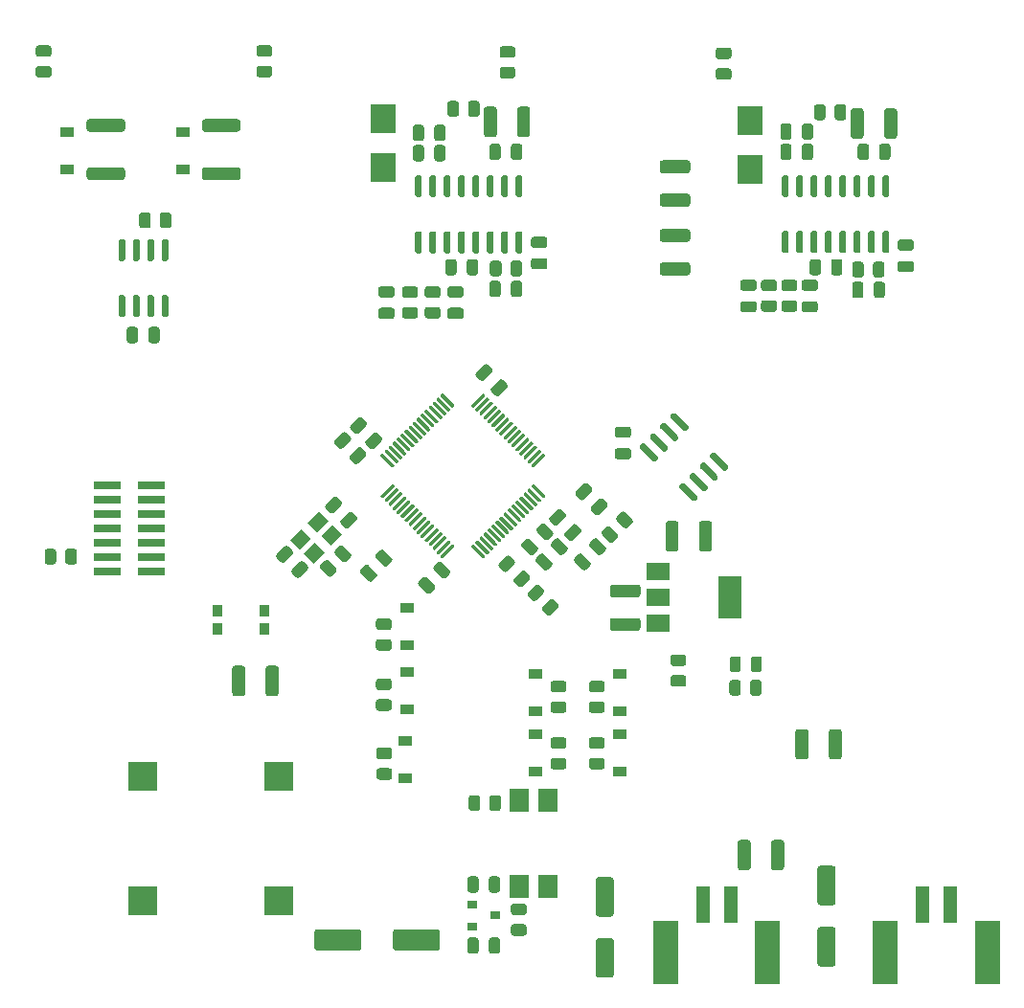
<source format=gtp>
%TF.GenerationSoftware,KiCad,Pcbnew,5.1.7-a382d34a8~88~ubuntu20.04.1*%
%TF.CreationDate,2021-06-18T16:23:43+02:00*%
%TF.ProjectId,Shield_Nucleo,53686965-6c64-45f4-9e75-636c656f2e6b,rev?*%
%TF.SameCoordinates,Original*%
%TF.FileFunction,Paste,Top*%
%TF.FilePolarity,Positive*%
%FSLAX46Y46*%
G04 Gerber Fmt 4.6, Leading zero omitted, Abs format (unit mm)*
G04 Created by KiCad (PCBNEW 5.1.7-a382d34a8~88~ubuntu20.04.1) date 2021-06-18 16:23:43*
%MOMM*%
%LPD*%
G01*
G04 APERTURE LIST*
%ADD10R,0.900000X0.800000*%
%ADD11R,2.200000X5.600000*%
%ADD12R,1.200000X3.200000*%
%ADD13R,2.500000X2.500000*%
%ADD14R,0.900000X1.000000*%
%ADD15R,2.400000X0.740000*%
%ADD16C,0.150000*%
%ADD17R,1.780000X2.000000*%
%ADD18R,2.300000X2.500000*%
%ADD19R,1.200000X0.900000*%
%ADD20R,2.000000X1.500000*%
%ADD21R,2.000000X3.800000*%
G04 APERTURE END LIST*
D10*
%TO.C,U10*%
X95400000Y-129150000D03*
X93400000Y-130100000D03*
X93400000Y-128200000D03*
%TD*%
%TO.C,C44*%
G36*
G01*
X93950000Y-125925000D02*
X93950000Y-126875000D01*
G75*
G02*
X93700000Y-127125000I-250000J0D01*
G01*
X93200000Y-127125000D01*
G75*
G02*
X92950000Y-126875000I0J250000D01*
G01*
X92950000Y-125925000D01*
G75*
G02*
X93200000Y-125675000I250000J0D01*
G01*
X93700000Y-125675000D01*
G75*
G02*
X93950000Y-125925000I0J-250000D01*
G01*
G37*
G36*
G01*
X95850000Y-125925000D02*
X95850000Y-126875000D01*
G75*
G02*
X95600000Y-127125000I-250000J0D01*
G01*
X95100000Y-127125000D01*
G75*
G02*
X94850000Y-126875000I0J250000D01*
G01*
X94850000Y-125925000D01*
G75*
G02*
X95100000Y-125675000I250000J0D01*
G01*
X95600000Y-125675000D01*
G75*
G02*
X95850000Y-125925000I0J-250000D01*
G01*
G37*
%TD*%
%TO.C,C43*%
G36*
G01*
X94850000Y-132275000D02*
X94850000Y-131325000D01*
G75*
G02*
X95100000Y-131075000I250000J0D01*
G01*
X95600000Y-131075000D01*
G75*
G02*
X95850000Y-131325000I0J-250000D01*
G01*
X95850000Y-132275000D01*
G75*
G02*
X95600000Y-132525000I-250000J0D01*
G01*
X95100000Y-132525000D01*
G75*
G02*
X94850000Y-132275000I0J250000D01*
G01*
G37*
G36*
G01*
X92950000Y-132275000D02*
X92950000Y-131325000D01*
G75*
G02*
X93200000Y-131075000I250000J0D01*
G01*
X93700000Y-131075000D01*
G75*
G02*
X93950000Y-131325000I0J-250000D01*
G01*
X93950000Y-132275000D01*
G75*
G02*
X93700000Y-132525000I-250000J0D01*
G01*
X93200000Y-132525000D01*
G75*
G02*
X92950000Y-132275000I0J250000D01*
G01*
G37*
%TD*%
%TO.C,C14*%
G36*
G01*
X101582322Y-95254073D02*
X102254073Y-94582322D01*
G75*
G02*
X102607627Y-94582322I176777J-176777D01*
G01*
X102961180Y-94935875D01*
G75*
G02*
X102961180Y-95289429I-176777J-176777D01*
G01*
X102289429Y-95961180D01*
G75*
G02*
X101935875Y-95961180I-176777J176777D01*
G01*
X101582322Y-95607627D01*
G75*
G02*
X101582322Y-95254073I176777J176777D01*
G01*
G37*
G36*
G01*
X100238820Y-93910571D02*
X100910571Y-93238820D01*
G75*
G02*
X101264125Y-93238820I176777J-176777D01*
G01*
X101617678Y-93592373D01*
G75*
G02*
X101617678Y-93945927I-176777J-176777D01*
G01*
X100945927Y-94617678D01*
G75*
G02*
X100592373Y-94617678I-176777J176777D01*
G01*
X100238820Y-94264125D01*
G75*
G02*
X100238820Y-93910571I176777J176777D01*
G01*
G37*
%TD*%
%TO.C,R26*%
G36*
G01*
X117930000Y-109450001D02*
X117930000Y-108549999D01*
G75*
G02*
X118179999Y-108300000I249999J0D01*
G01*
X118705001Y-108300000D01*
G75*
G02*
X118955000Y-108549999I0J-249999D01*
G01*
X118955000Y-109450001D01*
G75*
G02*
X118705001Y-109700000I-249999J0D01*
G01*
X118179999Y-109700000D01*
G75*
G02*
X117930000Y-109450001I0J249999D01*
G01*
G37*
G36*
G01*
X116105000Y-109450001D02*
X116105000Y-108549999D01*
G75*
G02*
X116354999Y-108300000I249999J0D01*
G01*
X116880001Y-108300000D01*
G75*
G02*
X117130000Y-108549999I0J-249999D01*
G01*
X117130000Y-109450001D01*
G75*
G02*
X116880001Y-109700000I-249999J0D01*
G01*
X116354999Y-109700000D01*
G75*
G02*
X116105000Y-109450001I0J249999D01*
G01*
G37*
%TD*%
%TO.C,LED2*%
G36*
G01*
X118020000Y-107371250D02*
X118020000Y-106458750D01*
G75*
G02*
X118263750Y-106215000I243750J0D01*
G01*
X118751250Y-106215000D01*
G75*
G02*
X118995000Y-106458750I0J-243750D01*
G01*
X118995000Y-107371250D01*
G75*
G02*
X118751250Y-107615000I-243750J0D01*
G01*
X118263750Y-107615000D01*
G75*
G02*
X118020000Y-107371250I0J243750D01*
G01*
G37*
G36*
G01*
X116145000Y-107371250D02*
X116145000Y-106458750D01*
G75*
G02*
X116388750Y-106215000I243750J0D01*
G01*
X116876250Y-106215000D01*
G75*
G02*
X117120000Y-106458750I0J-243750D01*
G01*
X117120000Y-107371250D01*
G75*
G02*
X116876250Y-107615000I-243750J0D01*
G01*
X116388750Y-107615000D01*
G75*
G02*
X116145000Y-107371250I0J243750D01*
G01*
G37*
%TD*%
%TO.C,C42*%
G36*
G01*
X99745927Y-97182322D02*
X100417678Y-97854073D01*
G75*
G02*
X100417678Y-98207627I-176777J-176777D01*
G01*
X100064125Y-98561180D01*
G75*
G02*
X99710571Y-98561180I-176777J176777D01*
G01*
X99038820Y-97889429D01*
G75*
G02*
X99038820Y-97535875I176777J176777D01*
G01*
X99392373Y-97182322D01*
G75*
G02*
X99745927Y-97182322I176777J-176777D01*
G01*
G37*
G36*
G01*
X101089429Y-95838820D02*
X101761180Y-96510571D01*
G75*
G02*
X101761180Y-96864125I-176777J-176777D01*
G01*
X101407627Y-97217678D01*
G75*
G02*
X101054073Y-97217678I-176777J176777D01*
G01*
X100382322Y-96545927D01*
G75*
G02*
X100382322Y-96192373I176777J176777D01*
G01*
X100735875Y-95838820D01*
G75*
G02*
X101089429Y-95838820I176777J-176777D01*
G01*
G37*
%TD*%
%TO.C,C41*%
G36*
G01*
X98474176Y-95854073D02*
X99145927Y-96525824D01*
G75*
G02*
X99145927Y-96879378I-176777J-176777D01*
G01*
X98792374Y-97232931D01*
G75*
G02*
X98438820Y-97232931I-176777J176777D01*
G01*
X97767069Y-96561180D01*
G75*
G02*
X97767069Y-96207626I176777J176777D01*
G01*
X98120622Y-95854073D01*
G75*
G02*
X98474176Y-95854073I176777J-176777D01*
G01*
G37*
G36*
G01*
X99817678Y-94510571D02*
X100489429Y-95182322D01*
G75*
G02*
X100489429Y-95535876I-176777J-176777D01*
G01*
X100135876Y-95889429D01*
G75*
G02*
X99782322Y-95889429I-176777J176777D01*
G01*
X99110571Y-95217678D01*
G75*
G02*
X99110571Y-94864124I176777J176777D01*
G01*
X99464124Y-94510571D01*
G75*
G02*
X99817678Y-94510571I176777J-176777D01*
G01*
G37*
%TD*%
D11*
%TO.C,J6*%
X119500000Y-132400000D03*
D12*
X116250000Y-128150000D03*
X113750000Y-128150000D03*
D11*
X110500000Y-132400000D03*
%TD*%
%TO.C,J1*%
X138900000Y-132400000D03*
D12*
X135650000Y-128150000D03*
X133150000Y-128150000D03*
D11*
X129900000Y-132400000D03*
%TD*%
D13*
%TO.C,PS5*%
X64300000Y-127800000D03*
X64300000Y-116800000D03*
X76300000Y-116800000D03*
X76300000Y-127800000D03*
%TD*%
%TO.C,U6*%
G36*
G01*
X121215000Y-65610000D02*
X120915000Y-65610000D01*
G75*
G02*
X120765000Y-65460000I0J150000D01*
G01*
X120765000Y-63810000D01*
G75*
G02*
X120915000Y-63660000I150000J0D01*
G01*
X121215000Y-63660000D01*
G75*
G02*
X121365000Y-63810000I0J-150000D01*
G01*
X121365000Y-65460000D01*
G75*
G02*
X121215000Y-65610000I-150000J0D01*
G01*
G37*
G36*
G01*
X122485000Y-65610000D02*
X122185000Y-65610000D01*
G75*
G02*
X122035000Y-65460000I0J150000D01*
G01*
X122035000Y-63810000D01*
G75*
G02*
X122185000Y-63660000I150000J0D01*
G01*
X122485000Y-63660000D01*
G75*
G02*
X122635000Y-63810000I0J-150000D01*
G01*
X122635000Y-65460000D01*
G75*
G02*
X122485000Y-65610000I-150000J0D01*
G01*
G37*
G36*
G01*
X123755000Y-65610000D02*
X123455000Y-65610000D01*
G75*
G02*
X123305000Y-65460000I0J150000D01*
G01*
X123305000Y-63810000D01*
G75*
G02*
X123455000Y-63660000I150000J0D01*
G01*
X123755000Y-63660000D01*
G75*
G02*
X123905000Y-63810000I0J-150000D01*
G01*
X123905000Y-65460000D01*
G75*
G02*
X123755000Y-65610000I-150000J0D01*
G01*
G37*
G36*
G01*
X125025000Y-65610000D02*
X124725000Y-65610000D01*
G75*
G02*
X124575000Y-65460000I0J150000D01*
G01*
X124575000Y-63810000D01*
G75*
G02*
X124725000Y-63660000I150000J0D01*
G01*
X125025000Y-63660000D01*
G75*
G02*
X125175000Y-63810000I0J-150000D01*
G01*
X125175000Y-65460000D01*
G75*
G02*
X125025000Y-65610000I-150000J0D01*
G01*
G37*
G36*
G01*
X126295000Y-65610000D02*
X125995000Y-65610000D01*
G75*
G02*
X125845000Y-65460000I0J150000D01*
G01*
X125845000Y-63810000D01*
G75*
G02*
X125995000Y-63660000I150000J0D01*
G01*
X126295000Y-63660000D01*
G75*
G02*
X126445000Y-63810000I0J-150000D01*
G01*
X126445000Y-65460000D01*
G75*
G02*
X126295000Y-65610000I-150000J0D01*
G01*
G37*
G36*
G01*
X127565000Y-65610000D02*
X127265000Y-65610000D01*
G75*
G02*
X127115000Y-65460000I0J150000D01*
G01*
X127115000Y-63810000D01*
G75*
G02*
X127265000Y-63660000I150000J0D01*
G01*
X127565000Y-63660000D01*
G75*
G02*
X127715000Y-63810000I0J-150000D01*
G01*
X127715000Y-65460000D01*
G75*
G02*
X127565000Y-65610000I-150000J0D01*
G01*
G37*
G36*
G01*
X128835000Y-65610000D02*
X128535000Y-65610000D01*
G75*
G02*
X128385000Y-65460000I0J150000D01*
G01*
X128385000Y-63810000D01*
G75*
G02*
X128535000Y-63660000I150000J0D01*
G01*
X128835000Y-63660000D01*
G75*
G02*
X128985000Y-63810000I0J-150000D01*
G01*
X128985000Y-65460000D01*
G75*
G02*
X128835000Y-65610000I-150000J0D01*
G01*
G37*
G36*
G01*
X130105000Y-65610000D02*
X129805000Y-65610000D01*
G75*
G02*
X129655000Y-65460000I0J150000D01*
G01*
X129655000Y-63810000D01*
G75*
G02*
X129805000Y-63660000I150000J0D01*
G01*
X130105000Y-63660000D01*
G75*
G02*
X130255000Y-63810000I0J-150000D01*
G01*
X130255000Y-65460000D01*
G75*
G02*
X130105000Y-65610000I-150000J0D01*
G01*
G37*
G36*
G01*
X130105000Y-70560000D02*
X129805000Y-70560000D01*
G75*
G02*
X129655000Y-70410000I0J150000D01*
G01*
X129655000Y-68760000D01*
G75*
G02*
X129805000Y-68610000I150000J0D01*
G01*
X130105000Y-68610000D01*
G75*
G02*
X130255000Y-68760000I0J-150000D01*
G01*
X130255000Y-70410000D01*
G75*
G02*
X130105000Y-70560000I-150000J0D01*
G01*
G37*
G36*
G01*
X128835000Y-70560000D02*
X128535000Y-70560000D01*
G75*
G02*
X128385000Y-70410000I0J150000D01*
G01*
X128385000Y-68760000D01*
G75*
G02*
X128535000Y-68610000I150000J0D01*
G01*
X128835000Y-68610000D01*
G75*
G02*
X128985000Y-68760000I0J-150000D01*
G01*
X128985000Y-70410000D01*
G75*
G02*
X128835000Y-70560000I-150000J0D01*
G01*
G37*
G36*
G01*
X127565000Y-70560000D02*
X127265000Y-70560000D01*
G75*
G02*
X127115000Y-70410000I0J150000D01*
G01*
X127115000Y-68760000D01*
G75*
G02*
X127265000Y-68610000I150000J0D01*
G01*
X127565000Y-68610000D01*
G75*
G02*
X127715000Y-68760000I0J-150000D01*
G01*
X127715000Y-70410000D01*
G75*
G02*
X127565000Y-70560000I-150000J0D01*
G01*
G37*
G36*
G01*
X126295000Y-70560000D02*
X125995000Y-70560000D01*
G75*
G02*
X125845000Y-70410000I0J150000D01*
G01*
X125845000Y-68760000D01*
G75*
G02*
X125995000Y-68610000I150000J0D01*
G01*
X126295000Y-68610000D01*
G75*
G02*
X126445000Y-68760000I0J-150000D01*
G01*
X126445000Y-70410000D01*
G75*
G02*
X126295000Y-70560000I-150000J0D01*
G01*
G37*
G36*
G01*
X125025000Y-70560000D02*
X124725000Y-70560000D01*
G75*
G02*
X124575000Y-70410000I0J150000D01*
G01*
X124575000Y-68760000D01*
G75*
G02*
X124725000Y-68610000I150000J0D01*
G01*
X125025000Y-68610000D01*
G75*
G02*
X125175000Y-68760000I0J-150000D01*
G01*
X125175000Y-70410000D01*
G75*
G02*
X125025000Y-70560000I-150000J0D01*
G01*
G37*
G36*
G01*
X123755000Y-70560000D02*
X123455000Y-70560000D01*
G75*
G02*
X123305000Y-70410000I0J150000D01*
G01*
X123305000Y-68760000D01*
G75*
G02*
X123455000Y-68610000I150000J0D01*
G01*
X123755000Y-68610000D01*
G75*
G02*
X123905000Y-68760000I0J-150000D01*
G01*
X123905000Y-70410000D01*
G75*
G02*
X123755000Y-70560000I-150000J0D01*
G01*
G37*
G36*
G01*
X122485000Y-70560000D02*
X122185000Y-70560000D01*
G75*
G02*
X122035000Y-70410000I0J150000D01*
G01*
X122035000Y-68760000D01*
G75*
G02*
X122185000Y-68610000I150000J0D01*
G01*
X122485000Y-68610000D01*
G75*
G02*
X122635000Y-68760000I0J-150000D01*
G01*
X122635000Y-70410000D01*
G75*
G02*
X122485000Y-70560000I-150000J0D01*
G01*
G37*
G36*
G01*
X121215000Y-70560000D02*
X120915000Y-70560000D01*
G75*
G02*
X120765000Y-70410000I0J150000D01*
G01*
X120765000Y-68760000D01*
G75*
G02*
X120915000Y-68610000I150000J0D01*
G01*
X121215000Y-68610000D01*
G75*
G02*
X121365000Y-68760000I0J-150000D01*
G01*
X121365000Y-70410000D01*
G75*
G02*
X121215000Y-70560000I-150000J0D01*
G01*
G37*
%TD*%
%TO.C,U5*%
G36*
G01*
X88785000Y-65620000D02*
X88485000Y-65620000D01*
G75*
G02*
X88335000Y-65470000I0J150000D01*
G01*
X88335000Y-63820000D01*
G75*
G02*
X88485000Y-63670000I150000J0D01*
G01*
X88785000Y-63670000D01*
G75*
G02*
X88935000Y-63820000I0J-150000D01*
G01*
X88935000Y-65470000D01*
G75*
G02*
X88785000Y-65620000I-150000J0D01*
G01*
G37*
G36*
G01*
X90055000Y-65620000D02*
X89755000Y-65620000D01*
G75*
G02*
X89605000Y-65470000I0J150000D01*
G01*
X89605000Y-63820000D01*
G75*
G02*
X89755000Y-63670000I150000J0D01*
G01*
X90055000Y-63670000D01*
G75*
G02*
X90205000Y-63820000I0J-150000D01*
G01*
X90205000Y-65470000D01*
G75*
G02*
X90055000Y-65620000I-150000J0D01*
G01*
G37*
G36*
G01*
X91325000Y-65620000D02*
X91025000Y-65620000D01*
G75*
G02*
X90875000Y-65470000I0J150000D01*
G01*
X90875000Y-63820000D01*
G75*
G02*
X91025000Y-63670000I150000J0D01*
G01*
X91325000Y-63670000D01*
G75*
G02*
X91475000Y-63820000I0J-150000D01*
G01*
X91475000Y-65470000D01*
G75*
G02*
X91325000Y-65620000I-150000J0D01*
G01*
G37*
G36*
G01*
X92595000Y-65620000D02*
X92295000Y-65620000D01*
G75*
G02*
X92145000Y-65470000I0J150000D01*
G01*
X92145000Y-63820000D01*
G75*
G02*
X92295000Y-63670000I150000J0D01*
G01*
X92595000Y-63670000D01*
G75*
G02*
X92745000Y-63820000I0J-150000D01*
G01*
X92745000Y-65470000D01*
G75*
G02*
X92595000Y-65620000I-150000J0D01*
G01*
G37*
G36*
G01*
X93865000Y-65620000D02*
X93565000Y-65620000D01*
G75*
G02*
X93415000Y-65470000I0J150000D01*
G01*
X93415000Y-63820000D01*
G75*
G02*
X93565000Y-63670000I150000J0D01*
G01*
X93865000Y-63670000D01*
G75*
G02*
X94015000Y-63820000I0J-150000D01*
G01*
X94015000Y-65470000D01*
G75*
G02*
X93865000Y-65620000I-150000J0D01*
G01*
G37*
G36*
G01*
X95135000Y-65620000D02*
X94835000Y-65620000D01*
G75*
G02*
X94685000Y-65470000I0J150000D01*
G01*
X94685000Y-63820000D01*
G75*
G02*
X94835000Y-63670000I150000J0D01*
G01*
X95135000Y-63670000D01*
G75*
G02*
X95285000Y-63820000I0J-150000D01*
G01*
X95285000Y-65470000D01*
G75*
G02*
X95135000Y-65620000I-150000J0D01*
G01*
G37*
G36*
G01*
X96405000Y-65620000D02*
X96105000Y-65620000D01*
G75*
G02*
X95955000Y-65470000I0J150000D01*
G01*
X95955000Y-63820000D01*
G75*
G02*
X96105000Y-63670000I150000J0D01*
G01*
X96405000Y-63670000D01*
G75*
G02*
X96555000Y-63820000I0J-150000D01*
G01*
X96555000Y-65470000D01*
G75*
G02*
X96405000Y-65620000I-150000J0D01*
G01*
G37*
G36*
G01*
X97675000Y-65620000D02*
X97375000Y-65620000D01*
G75*
G02*
X97225000Y-65470000I0J150000D01*
G01*
X97225000Y-63820000D01*
G75*
G02*
X97375000Y-63670000I150000J0D01*
G01*
X97675000Y-63670000D01*
G75*
G02*
X97825000Y-63820000I0J-150000D01*
G01*
X97825000Y-65470000D01*
G75*
G02*
X97675000Y-65620000I-150000J0D01*
G01*
G37*
G36*
G01*
X97675000Y-70570000D02*
X97375000Y-70570000D01*
G75*
G02*
X97225000Y-70420000I0J150000D01*
G01*
X97225000Y-68770000D01*
G75*
G02*
X97375000Y-68620000I150000J0D01*
G01*
X97675000Y-68620000D01*
G75*
G02*
X97825000Y-68770000I0J-150000D01*
G01*
X97825000Y-70420000D01*
G75*
G02*
X97675000Y-70570000I-150000J0D01*
G01*
G37*
G36*
G01*
X96405000Y-70570000D02*
X96105000Y-70570000D01*
G75*
G02*
X95955000Y-70420000I0J150000D01*
G01*
X95955000Y-68770000D01*
G75*
G02*
X96105000Y-68620000I150000J0D01*
G01*
X96405000Y-68620000D01*
G75*
G02*
X96555000Y-68770000I0J-150000D01*
G01*
X96555000Y-70420000D01*
G75*
G02*
X96405000Y-70570000I-150000J0D01*
G01*
G37*
G36*
G01*
X95135000Y-70570000D02*
X94835000Y-70570000D01*
G75*
G02*
X94685000Y-70420000I0J150000D01*
G01*
X94685000Y-68770000D01*
G75*
G02*
X94835000Y-68620000I150000J0D01*
G01*
X95135000Y-68620000D01*
G75*
G02*
X95285000Y-68770000I0J-150000D01*
G01*
X95285000Y-70420000D01*
G75*
G02*
X95135000Y-70570000I-150000J0D01*
G01*
G37*
G36*
G01*
X93865000Y-70570000D02*
X93565000Y-70570000D01*
G75*
G02*
X93415000Y-70420000I0J150000D01*
G01*
X93415000Y-68770000D01*
G75*
G02*
X93565000Y-68620000I150000J0D01*
G01*
X93865000Y-68620000D01*
G75*
G02*
X94015000Y-68770000I0J-150000D01*
G01*
X94015000Y-70420000D01*
G75*
G02*
X93865000Y-70570000I-150000J0D01*
G01*
G37*
G36*
G01*
X92595000Y-70570000D02*
X92295000Y-70570000D01*
G75*
G02*
X92145000Y-70420000I0J150000D01*
G01*
X92145000Y-68770000D01*
G75*
G02*
X92295000Y-68620000I150000J0D01*
G01*
X92595000Y-68620000D01*
G75*
G02*
X92745000Y-68770000I0J-150000D01*
G01*
X92745000Y-70420000D01*
G75*
G02*
X92595000Y-70570000I-150000J0D01*
G01*
G37*
G36*
G01*
X91325000Y-70570000D02*
X91025000Y-70570000D01*
G75*
G02*
X90875000Y-70420000I0J150000D01*
G01*
X90875000Y-68770000D01*
G75*
G02*
X91025000Y-68620000I150000J0D01*
G01*
X91325000Y-68620000D01*
G75*
G02*
X91475000Y-68770000I0J-150000D01*
G01*
X91475000Y-70420000D01*
G75*
G02*
X91325000Y-70570000I-150000J0D01*
G01*
G37*
G36*
G01*
X90055000Y-70570000D02*
X89755000Y-70570000D01*
G75*
G02*
X89605000Y-70420000I0J150000D01*
G01*
X89605000Y-68770000D01*
G75*
G02*
X89755000Y-68620000I150000J0D01*
G01*
X90055000Y-68620000D01*
G75*
G02*
X90205000Y-68770000I0J-150000D01*
G01*
X90205000Y-70420000D01*
G75*
G02*
X90055000Y-70570000I-150000J0D01*
G01*
G37*
G36*
G01*
X88785000Y-70570000D02*
X88485000Y-70570000D01*
G75*
G02*
X88335000Y-70420000I0J150000D01*
G01*
X88335000Y-68770000D01*
G75*
G02*
X88485000Y-68620000I150000J0D01*
G01*
X88785000Y-68620000D01*
G75*
G02*
X88935000Y-68770000I0J-150000D01*
G01*
X88935000Y-70420000D01*
G75*
G02*
X88785000Y-70570000I-150000J0D01*
G01*
G37*
%TD*%
%TO.C,U3*%
G36*
G01*
X62565000Y-71260000D02*
X62265000Y-71260000D01*
G75*
G02*
X62115000Y-71110000I0J150000D01*
G01*
X62115000Y-69460000D01*
G75*
G02*
X62265000Y-69310000I150000J0D01*
G01*
X62565000Y-69310000D01*
G75*
G02*
X62715000Y-69460000I0J-150000D01*
G01*
X62715000Y-71110000D01*
G75*
G02*
X62565000Y-71260000I-150000J0D01*
G01*
G37*
G36*
G01*
X63835000Y-71260000D02*
X63535000Y-71260000D01*
G75*
G02*
X63385000Y-71110000I0J150000D01*
G01*
X63385000Y-69460000D01*
G75*
G02*
X63535000Y-69310000I150000J0D01*
G01*
X63835000Y-69310000D01*
G75*
G02*
X63985000Y-69460000I0J-150000D01*
G01*
X63985000Y-71110000D01*
G75*
G02*
X63835000Y-71260000I-150000J0D01*
G01*
G37*
G36*
G01*
X65105000Y-71260000D02*
X64805000Y-71260000D01*
G75*
G02*
X64655000Y-71110000I0J150000D01*
G01*
X64655000Y-69460000D01*
G75*
G02*
X64805000Y-69310000I150000J0D01*
G01*
X65105000Y-69310000D01*
G75*
G02*
X65255000Y-69460000I0J-150000D01*
G01*
X65255000Y-71110000D01*
G75*
G02*
X65105000Y-71260000I-150000J0D01*
G01*
G37*
G36*
G01*
X66375000Y-71260000D02*
X66075000Y-71260000D01*
G75*
G02*
X65925000Y-71110000I0J150000D01*
G01*
X65925000Y-69460000D01*
G75*
G02*
X66075000Y-69310000I150000J0D01*
G01*
X66375000Y-69310000D01*
G75*
G02*
X66525000Y-69460000I0J-150000D01*
G01*
X66525000Y-71110000D01*
G75*
G02*
X66375000Y-71260000I-150000J0D01*
G01*
G37*
G36*
G01*
X66375000Y-76210000D02*
X66075000Y-76210000D01*
G75*
G02*
X65925000Y-76060000I0J150000D01*
G01*
X65925000Y-74410000D01*
G75*
G02*
X66075000Y-74260000I150000J0D01*
G01*
X66375000Y-74260000D01*
G75*
G02*
X66525000Y-74410000I0J-150000D01*
G01*
X66525000Y-76060000D01*
G75*
G02*
X66375000Y-76210000I-150000J0D01*
G01*
G37*
G36*
G01*
X65105000Y-76210000D02*
X64805000Y-76210000D01*
G75*
G02*
X64655000Y-76060000I0J150000D01*
G01*
X64655000Y-74410000D01*
G75*
G02*
X64805000Y-74260000I150000J0D01*
G01*
X65105000Y-74260000D01*
G75*
G02*
X65255000Y-74410000I0J-150000D01*
G01*
X65255000Y-76060000D01*
G75*
G02*
X65105000Y-76210000I-150000J0D01*
G01*
G37*
G36*
G01*
X63835000Y-76210000D02*
X63535000Y-76210000D01*
G75*
G02*
X63385000Y-76060000I0J150000D01*
G01*
X63385000Y-74410000D01*
G75*
G02*
X63535000Y-74260000I150000J0D01*
G01*
X63835000Y-74260000D01*
G75*
G02*
X63985000Y-74410000I0J-150000D01*
G01*
X63985000Y-76060000D01*
G75*
G02*
X63835000Y-76210000I-150000J0D01*
G01*
G37*
G36*
G01*
X62565000Y-76210000D02*
X62265000Y-76210000D01*
G75*
G02*
X62115000Y-76060000I0J150000D01*
G01*
X62115000Y-74410000D01*
G75*
G02*
X62265000Y-74260000I150000J0D01*
G01*
X62565000Y-74260000D01*
G75*
G02*
X62715000Y-74410000I0J-150000D01*
G01*
X62715000Y-76060000D01*
G75*
G02*
X62565000Y-76210000I-150000J0D01*
G01*
G37*
%TD*%
%TO.C,U2*%
G36*
G01*
X109798367Y-88780312D02*
X109586235Y-88992444D01*
G75*
G02*
X109374103Y-88992444I-106066J106066D01*
G01*
X108207377Y-87825718D01*
G75*
G02*
X108207377Y-87613586I106066J106066D01*
G01*
X108419509Y-87401454D01*
G75*
G02*
X108631641Y-87401454I106066J-106066D01*
G01*
X109798367Y-88568180D01*
G75*
G02*
X109798367Y-88780312I-106066J-106066D01*
G01*
G37*
G36*
G01*
X110696393Y-87882287D02*
X110484261Y-88094419D01*
G75*
G02*
X110272129Y-88094419I-106066J106066D01*
G01*
X109105403Y-86927693D01*
G75*
G02*
X109105403Y-86715561I106066J106066D01*
G01*
X109317535Y-86503429D01*
G75*
G02*
X109529667Y-86503429I106066J-106066D01*
G01*
X110696393Y-87670155D01*
G75*
G02*
X110696393Y-87882287I-106066J-106066D01*
G01*
G37*
G36*
G01*
X111594419Y-86984261D02*
X111382287Y-87196393D01*
G75*
G02*
X111170155Y-87196393I-106066J106066D01*
G01*
X110003429Y-86029667D01*
G75*
G02*
X110003429Y-85817535I106066J106066D01*
G01*
X110215561Y-85605403D01*
G75*
G02*
X110427693Y-85605403I106066J-106066D01*
G01*
X111594419Y-86772129D01*
G75*
G02*
X111594419Y-86984261I-106066J-106066D01*
G01*
G37*
G36*
G01*
X112492444Y-86086235D02*
X112280312Y-86298367D01*
G75*
G02*
X112068180Y-86298367I-106066J106066D01*
G01*
X110901454Y-85131641D01*
G75*
G02*
X110901454Y-84919509I106066J106066D01*
G01*
X111113586Y-84707377D01*
G75*
G02*
X111325718Y-84707377I106066J-106066D01*
G01*
X112492444Y-85874103D01*
G75*
G02*
X112492444Y-86086235I-106066J-106066D01*
G01*
G37*
G36*
G01*
X115992623Y-89586414D02*
X115780491Y-89798546D01*
G75*
G02*
X115568359Y-89798546I-106066J106066D01*
G01*
X114401633Y-88631820D01*
G75*
G02*
X114401633Y-88419688I106066J106066D01*
G01*
X114613765Y-88207556D01*
G75*
G02*
X114825897Y-88207556I106066J-106066D01*
G01*
X115992623Y-89374282D01*
G75*
G02*
X115992623Y-89586414I-106066J-106066D01*
G01*
G37*
G36*
G01*
X115094597Y-90484439D02*
X114882465Y-90696571D01*
G75*
G02*
X114670333Y-90696571I-106066J106066D01*
G01*
X113503607Y-89529845D01*
G75*
G02*
X113503607Y-89317713I106066J106066D01*
G01*
X113715739Y-89105581D01*
G75*
G02*
X113927871Y-89105581I106066J-106066D01*
G01*
X115094597Y-90272307D01*
G75*
G02*
X115094597Y-90484439I-106066J-106066D01*
G01*
G37*
G36*
G01*
X114196571Y-91382465D02*
X113984439Y-91594597D01*
G75*
G02*
X113772307Y-91594597I-106066J106066D01*
G01*
X112605581Y-90427871D01*
G75*
G02*
X112605581Y-90215739I106066J106066D01*
G01*
X112817713Y-90003607D01*
G75*
G02*
X113029845Y-90003607I106066J-106066D01*
G01*
X114196571Y-91170333D01*
G75*
G02*
X114196571Y-91382465I-106066J-106066D01*
G01*
G37*
G36*
G01*
X113298546Y-92280491D02*
X113086414Y-92492623D01*
G75*
G02*
X112874282Y-92492623I-106066J106066D01*
G01*
X111707556Y-91325897D01*
G75*
G02*
X111707556Y-91113765I106066J106066D01*
G01*
X111919688Y-90901633D01*
G75*
G02*
X112131820Y-90901633I106066J-106066D01*
G01*
X113298546Y-92068359D01*
G75*
G02*
X113298546Y-92280491I-106066J-106066D01*
G01*
G37*
%TD*%
%TO.C,U1*%
G36*
G01*
X86284428Y-89499860D02*
X85294478Y-88509910D01*
G75*
G02*
X85294478Y-88403844I53033J53033D01*
G01*
X85400544Y-88297778D01*
G75*
G02*
X85506610Y-88297778I53033J-53033D01*
G01*
X86496560Y-89287728D01*
G75*
G02*
X86496560Y-89393794I-53033J-53033D01*
G01*
X86390494Y-89499860D01*
G75*
G02*
X86284428Y-89499860I-53033J53033D01*
G01*
G37*
G36*
G01*
X86637981Y-89146307D02*
X85648031Y-88156357D01*
G75*
G02*
X85648031Y-88050291I53033J53033D01*
G01*
X85754097Y-87944225D01*
G75*
G02*
X85860163Y-87944225I53033J-53033D01*
G01*
X86850113Y-88934175D01*
G75*
G02*
X86850113Y-89040241I-53033J-53033D01*
G01*
X86744047Y-89146307D01*
G75*
G02*
X86637981Y-89146307I-53033J53033D01*
G01*
G37*
G36*
G01*
X86991534Y-88792754D02*
X86001584Y-87802804D01*
G75*
G02*
X86001584Y-87696738I53033J53033D01*
G01*
X86107650Y-87590672D01*
G75*
G02*
X86213716Y-87590672I53033J-53033D01*
G01*
X87203666Y-88580622D01*
G75*
G02*
X87203666Y-88686688I-53033J-53033D01*
G01*
X87097600Y-88792754D01*
G75*
G02*
X86991534Y-88792754I-53033J53033D01*
G01*
G37*
G36*
G01*
X87345088Y-88439200D02*
X86355138Y-87449250D01*
G75*
G02*
X86355138Y-87343184I53033J53033D01*
G01*
X86461204Y-87237118D01*
G75*
G02*
X86567270Y-87237118I53033J-53033D01*
G01*
X87557220Y-88227068D01*
G75*
G02*
X87557220Y-88333134I-53033J-53033D01*
G01*
X87451154Y-88439200D01*
G75*
G02*
X87345088Y-88439200I-53033J53033D01*
G01*
G37*
G36*
G01*
X87698641Y-88085647D02*
X86708691Y-87095697D01*
G75*
G02*
X86708691Y-86989631I53033J53033D01*
G01*
X86814757Y-86883565D01*
G75*
G02*
X86920823Y-86883565I53033J-53033D01*
G01*
X87910773Y-87873515D01*
G75*
G02*
X87910773Y-87979581I-53033J-53033D01*
G01*
X87804707Y-88085647D01*
G75*
G02*
X87698641Y-88085647I-53033J53033D01*
G01*
G37*
G36*
G01*
X88052195Y-87732093D02*
X87062245Y-86742143D01*
G75*
G02*
X87062245Y-86636077I53033J53033D01*
G01*
X87168311Y-86530011D01*
G75*
G02*
X87274377Y-86530011I53033J-53033D01*
G01*
X88264327Y-87519961D01*
G75*
G02*
X88264327Y-87626027I-53033J-53033D01*
G01*
X88158261Y-87732093D01*
G75*
G02*
X88052195Y-87732093I-53033J53033D01*
G01*
G37*
G36*
G01*
X88405748Y-87378540D02*
X87415798Y-86388590D01*
G75*
G02*
X87415798Y-86282524I53033J53033D01*
G01*
X87521864Y-86176458D01*
G75*
G02*
X87627930Y-86176458I53033J-53033D01*
G01*
X88617880Y-87166408D01*
G75*
G02*
X88617880Y-87272474I-53033J-53033D01*
G01*
X88511814Y-87378540D01*
G75*
G02*
X88405748Y-87378540I-53033J53033D01*
G01*
G37*
G36*
G01*
X88759301Y-87024987D02*
X87769351Y-86035037D01*
G75*
G02*
X87769351Y-85928971I53033J53033D01*
G01*
X87875417Y-85822905D01*
G75*
G02*
X87981483Y-85822905I53033J-53033D01*
G01*
X88971433Y-86812855D01*
G75*
G02*
X88971433Y-86918921I-53033J-53033D01*
G01*
X88865367Y-87024987D01*
G75*
G02*
X88759301Y-87024987I-53033J53033D01*
G01*
G37*
G36*
G01*
X89112855Y-86671433D02*
X88122905Y-85681483D01*
G75*
G02*
X88122905Y-85575417I53033J53033D01*
G01*
X88228971Y-85469351D01*
G75*
G02*
X88335037Y-85469351I53033J-53033D01*
G01*
X89324987Y-86459301D01*
G75*
G02*
X89324987Y-86565367I-53033J-53033D01*
G01*
X89218921Y-86671433D01*
G75*
G02*
X89112855Y-86671433I-53033J53033D01*
G01*
G37*
G36*
G01*
X89466408Y-86317880D02*
X88476458Y-85327930D01*
G75*
G02*
X88476458Y-85221864I53033J53033D01*
G01*
X88582524Y-85115798D01*
G75*
G02*
X88688590Y-85115798I53033J-53033D01*
G01*
X89678540Y-86105748D01*
G75*
G02*
X89678540Y-86211814I-53033J-53033D01*
G01*
X89572474Y-86317880D01*
G75*
G02*
X89466408Y-86317880I-53033J53033D01*
G01*
G37*
G36*
G01*
X89819961Y-85964327D02*
X88830011Y-84974377D01*
G75*
G02*
X88830011Y-84868311I53033J53033D01*
G01*
X88936077Y-84762245D01*
G75*
G02*
X89042143Y-84762245I53033J-53033D01*
G01*
X90032093Y-85752195D01*
G75*
G02*
X90032093Y-85858261I-53033J-53033D01*
G01*
X89926027Y-85964327D01*
G75*
G02*
X89819961Y-85964327I-53033J53033D01*
G01*
G37*
G36*
G01*
X90173515Y-85610773D02*
X89183565Y-84620823D01*
G75*
G02*
X89183565Y-84514757I53033J53033D01*
G01*
X89289631Y-84408691D01*
G75*
G02*
X89395697Y-84408691I53033J-53033D01*
G01*
X90385647Y-85398641D01*
G75*
G02*
X90385647Y-85504707I-53033J-53033D01*
G01*
X90279581Y-85610773D01*
G75*
G02*
X90173515Y-85610773I-53033J53033D01*
G01*
G37*
G36*
G01*
X90527068Y-85257220D02*
X89537118Y-84267270D01*
G75*
G02*
X89537118Y-84161204I53033J53033D01*
G01*
X89643184Y-84055138D01*
G75*
G02*
X89749250Y-84055138I53033J-53033D01*
G01*
X90739200Y-85045088D01*
G75*
G02*
X90739200Y-85151154I-53033J-53033D01*
G01*
X90633134Y-85257220D01*
G75*
G02*
X90527068Y-85257220I-53033J53033D01*
G01*
G37*
G36*
G01*
X90880622Y-84903666D02*
X89890672Y-83913716D01*
G75*
G02*
X89890672Y-83807650I53033J53033D01*
G01*
X89996738Y-83701584D01*
G75*
G02*
X90102804Y-83701584I53033J-53033D01*
G01*
X91092754Y-84691534D01*
G75*
G02*
X91092754Y-84797600I-53033J-53033D01*
G01*
X90986688Y-84903666D01*
G75*
G02*
X90880622Y-84903666I-53033J53033D01*
G01*
G37*
G36*
G01*
X91234175Y-84550113D02*
X90244225Y-83560163D01*
G75*
G02*
X90244225Y-83454097I53033J53033D01*
G01*
X90350291Y-83348031D01*
G75*
G02*
X90456357Y-83348031I53033J-53033D01*
G01*
X91446307Y-84337981D01*
G75*
G02*
X91446307Y-84444047I-53033J-53033D01*
G01*
X91340241Y-84550113D01*
G75*
G02*
X91234175Y-84550113I-53033J53033D01*
G01*
G37*
G36*
G01*
X91587728Y-84196560D02*
X90597778Y-83206610D01*
G75*
G02*
X90597778Y-83100544I53033J53033D01*
G01*
X90703844Y-82994478D01*
G75*
G02*
X90809910Y-82994478I53033J-53033D01*
G01*
X91799860Y-83984428D01*
G75*
G02*
X91799860Y-84090494I-53033J-53033D01*
G01*
X91693794Y-84196560D01*
G75*
G02*
X91587728Y-84196560I-53033J53033D01*
G01*
G37*
G36*
G01*
X93426206Y-84196560D02*
X93320140Y-84090494D01*
G75*
G02*
X93320140Y-83984428I53033J53033D01*
G01*
X94310090Y-82994478D01*
G75*
G02*
X94416156Y-82994478I53033J-53033D01*
G01*
X94522222Y-83100544D01*
G75*
G02*
X94522222Y-83206610I-53033J-53033D01*
G01*
X93532272Y-84196560D01*
G75*
G02*
X93426206Y-84196560I-53033J53033D01*
G01*
G37*
G36*
G01*
X93779759Y-84550113D02*
X93673693Y-84444047D01*
G75*
G02*
X93673693Y-84337981I53033J53033D01*
G01*
X94663643Y-83348031D01*
G75*
G02*
X94769709Y-83348031I53033J-53033D01*
G01*
X94875775Y-83454097D01*
G75*
G02*
X94875775Y-83560163I-53033J-53033D01*
G01*
X93885825Y-84550113D01*
G75*
G02*
X93779759Y-84550113I-53033J53033D01*
G01*
G37*
G36*
G01*
X94133312Y-84903666D02*
X94027246Y-84797600D01*
G75*
G02*
X94027246Y-84691534I53033J53033D01*
G01*
X95017196Y-83701584D01*
G75*
G02*
X95123262Y-83701584I53033J-53033D01*
G01*
X95229328Y-83807650D01*
G75*
G02*
X95229328Y-83913716I-53033J-53033D01*
G01*
X94239378Y-84903666D01*
G75*
G02*
X94133312Y-84903666I-53033J53033D01*
G01*
G37*
G36*
G01*
X94486866Y-85257220D02*
X94380800Y-85151154D01*
G75*
G02*
X94380800Y-85045088I53033J53033D01*
G01*
X95370750Y-84055138D01*
G75*
G02*
X95476816Y-84055138I53033J-53033D01*
G01*
X95582882Y-84161204D01*
G75*
G02*
X95582882Y-84267270I-53033J-53033D01*
G01*
X94592932Y-85257220D01*
G75*
G02*
X94486866Y-85257220I-53033J53033D01*
G01*
G37*
G36*
G01*
X94840419Y-85610773D02*
X94734353Y-85504707D01*
G75*
G02*
X94734353Y-85398641I53033J53033D01*
G01*
X95724303Y-84408691D01*
G75*
G02*
X95830369Y-84408691I53033J-53033D01*
G01*
X95936435Y-84514757D01*
G75*
G02*
X95936435Y-84620823I-53033J-53033D01*
G01*
X94946485Y-85610773D01*
G75*
G02*
X94840419Y-85610773I-53033J53033D01*
G01*
G37*
G36*
G01*
X95193973Y-85964327D02*
X95087907Y-85858261D01*
G75*
G02*
X95087907Y-85752195I53033J53033D01*
G01*
X96077857Y-84762245D01*
G75*
G02*
X96183923Y-84762245I53033J-53033D01*
G01*
X96289989Y-84868311D01*
G75*
G02*
X96289989Y-84974377I-53033J-53033D01*
G01*
X95300039Y-85964327D01*
G75*
G02*
X95193973Y-85964327I-53033J53033D01*
G01*
G37*
G36*
G01*
X95547526Y-86317880D02*
X95441460Y-86211814D01*
G75*
G02*
X95441460Y-86105748I53033J53033D01*
G01*
X96431410Y-85115798D01*
G75*
G02*
X96537476Y-85115798I53033J-53033D01*
G01*
X96643542Y-85221864D01*
G75*
G02*
X96643542Y-85327930I-53033J-53033D01*
G01*
X95653592Y-86317880D01*
G75*
G02*
X95547526Y-86317880I-53033J53033D01*
G01*
G37*
G36*
G01*
X95901079Y-86671433D02*
X95795013Y-86565367D01*
G75*
G02*
X95795013Y-86459301I53033J53033D01*
G01*
X96784963Y-85469351D01*
G75*
G02*
X96891029Y-85469351I53033J-53033D01*
G01*
X96997095Y-85575417D01*
G75*
G02*
X96997095Y-85681483I-53033J-53033D01*
G01*
X96007145Y-86671433D01*
G75*
G02*
X95901079Y-86671433I-53033J53033D01*
G01*
G37*
G36*
G01*
X96254633Y-87024987D02*
X96148567Y-86918921D01*
G75*
G02*
X96148567Y-86812855I53033J53033D01*
G01*
X97138517Y-85822905D01*
G75*
G02*
X97244583Y-85822905I53033J-53033D01*
G01*
X97350649Y-85928971D01*
G75*
G02*
X97350649Y-86035037I-53033J-53033D01*
G01*
X96360699Y-87024987D01*
G75*
G02*
X96254633Y-87024987I-53033J53033D01*
G01*
G37*
G36*
G01*
X96608186Y-87378540D02*
X96502120Y-87272474D01*
G75*
G02*
X96502120Y-87166408I53033J53033D01*
G01*
X97492070Y-86176458D01*
G75*
G02*
X97598136Y-86176458I53033J-53033D01*
G01*
X97704202Y-86282524D01*
G75*
G02*
X97704202Y-86388590I-53033J-53033D01*
G01*
X96714252Y-87378540D01*
G75*
G02*
X96608186Y-87378540I-53033J53033D01*
G01*
G37*
G36*
G01*
X96961739Y-87732093D02*
X96855673Y-87626027D01*
G75*
G02*
X96855673Y-87519961I53033J53033D01*
G01*
X97845623Y-86530011D01*
G75*
G02*
X97951689Y-86530011I53033J-53033D01*
G01*
X98057755Y-86636077D01*
G75*
G02*
X98057755Y-86742143I-53033J-53033D01*
G01*
X97067805Y-87732093D01*
G75*
G02*
X96961739Y-87732093I-53033J53033D01*
G01*
G37*
G36*
G01*
X97315293Y-88085647D02*
X97209227Y-87979581D01*
G75*
G02*
X97209227Y-87873515I53033J53033D01*
G01*
X98199177Y-86883565D01*
G75*
G02*
X98305243Y-86883565I53033J-53033D01*
G01*
X98411309Y-86989631D01*
G75*
G02*
X98411309Y-87095697I-53033J-53033D01*
G01*
X97421359Y-88085647D01*
G75*
G02*
X97315293Y-88085647I-53033J53033D01*
G01*
G37*
G36*
G01*
X97668846Y-88439200D02*
X97562780Y-88333134D01*
G75*
G02*
X97562780Y-88227068I53033J53033D01*
G01*
X98552730Y-87237118D01*
G75*
G02*
X98658796Y-87237118I53033J-53033D01*
G01*
X98764862Y-87343184D01*
G75*
G02*
X98764862Y-87449250I-53033J-53033D01*
G01*
X97774912Y-88439200D01*
G75*
G02*
X97668846Y-88439200I-53033J53033D01*
G01*
G37*
G36*
G01*
X98022400Y-88792754D02*
X97916334Y-88686688D01*
G75*
G02*
X97916334Y-88580622I53033J53033D01*
G01*
X98906284Y-87590672D01*
G75*
G02*
X99012350Y-87590672I53033J-53033D01*
G01*
X99118416Y-87696738D01*
G75*
G02*
X99118416Y-87802804I-53033J-53033D01*
G01*
X98128466Y-88792754D01*
G75*
G02*
X98022400Y-88792754I-53033J53033D01*
G01*
G37*
G36*
G01*
X98375953Y-89146307D02*
X98269887Y-89040241D01*
G75*
G02*
X98269887Y-88934175I53033J53033D01*
G01*
X99259837Y-87944225D01*
G75*
G02*
X99365903Y-87944225I53033J-53033D01*
G01*
X99471969Y-88050291D01*
G75*
G02*
X99471969Y-88156357I-53033J-53033D01*
G01*
X98482019Y-89146307D01*
G75*
G02*
X98375953Y-89146307I-53033J53033D01*
G01*
G37*
G36*
G01*
X98729506Y-89499860D02*
X98623440Y-89393794D01*
G75*
G02*
X98623440Y-89287728I53033J53033D01*
G01*
X99613390Y-88297778D01*
G75*
G02*
X99719456Y-88297778I53033J-53033D01*
G01*
X99825522Y-88403844D01*
G75*
G02*
X99825522Y-88509910I-53033J-53033D01*
G01*
X98835572Y-89499860D01*
G75*
G02*
X98729506Y-89499860I-53033J53033D01*
G01*
G37*
G36*
G01*
X99613390Y-92222222D02*
X98623440Y-91232272D01*
G75*
G02*
X98623440Y-91126206I53033J53033D01*
G01*
X98729506Y-91020140D01*
G75*
G02*
X98835572Y-91020140I53033J-53033D01*
G01*
X99825522Y-92010090D01*
G75*
G02*
X99825522Y-92116156I-53033J-53033D01*
G01*
X99719456Y-92222222D01*
G75*
G02*
X99613390Y-92222222I-53033J53033D01*
G01*
G37*
G36*
G01*
X99259837Y-92575775D02*
X98269887Y-91585825D01*
G75*
G02*
X98269887Y-91479759I53033J53033D01*
G01*
X98375953Y-91373693D01*
G75*
G02*
X98482019Y-91373693I53033J-53033D01*
G01*
X99471969Y-92363643D01*
G75*
G02*
X99471969Y-92469709I-53033J-53033D01*
G01*
X99365903Y-92575775D01*
G75*
G02*
X99259837Y-92575775I-53033J53033D01*
G01*
G37*
G36*
G01*
X98906284Y-92929328D02*
X97916334Y-91939378D01*
G75*
G02*
X97916334Y-91833312I53033J53033D01*
G01*
X98022400Y-91727246D01*
G75*
G02*
X98128466Y-91727246I53033J-53033D01*
G01*
X99118416Y-92717196D01*
G75*
G02*
X99118416Y-92823262I-53033J-53033D01*
G01*
X99012350Y-92929328D01*
G75*
G02*
X98906284Y-92929328I-53033J53033D01*
G01*
G37*
G36*
G01*
X98552730Y-93282882D02*
X97562780Y-92292932D01*
G75*
G02*
X97562780Y-92186866I53033J53033D01*
G01*
X97668846Y-92080800D01*
G75*
G02*
X97774912Y-92080800I53033J-53033D01*
G01*
X98764862Y-93070750D01*
G75*
G02*
X98764862Y-93176816I-53033J-53033D01*
G01*
X98658796Y-93282882D01*
G75*
G02*
X98552730Y-93282882I-53033J53033D01*
G01*
G37*
G36*
G01*
X98199177Y-93636435D02*
X97209227Y-92646485D01*
G75*
G02*
X97209227Y-92540419I53033J53033D01*
G01*
X97315293Y-92434353D01*
G75*
G02*
X97421359Y-92434353I53033J-53033D01*
G01*
X98411309Y-93424303D01*
G75*
G02*
X98411309Y-93530369I-53033J-53033D01*
G01*
X98305243Y-93636435D01*
G75*
G02*
X98199177Y-93636435I-53033J53033D01*
G01*
G37*
G36*
G01*
X97845623Y-93989989D02*
X96855673Y-93000039D01*
G75*
G02*
X96855673Y-92893973I53033J53033D01*
G01*
X96961739Y-92787907D01*
G75*
G02*
X97067805Y-92787907I53033J-53033D01*
G01*
X98057755Y-93777857D01*
G75*
G02*
X98057755Y-93883923I-53033J-53033D01*
G01*
X97951689Y-93989989D01*
G75*
G02*
X97845623Y-93989989I-53033J53033D01*
G01*
G37*
G36*
G01*
X97492070Y-94343542D02*
X96502120Y-93353592D01*
G75*
G02*
X96502120Y-93247526I53033J53033D01*
G01*
X96608186Y-93141460D01*
G75*
G02*
X96714252Y-93141460I53033J-53033D01*
G01*
X97704202Y-94131410D01*
G75*
G02*
X97704202Y-94237476I-53033J-53033D01*
G01*
X97598136Y-94343542D01*
G75*
G02*
X97492070Y-94343542I-53033J53033D01*
G01*
G37*
G36*
G01*
X97138517Y-94697095D02*
X96148567Y-93707145D01*
G75*
G02*
X96148567Y-93601079I53033J53033D01*
G01*
X96254633Y-93495013D01*
G75*
G02*
X96360699Y-93495013I53033J-53033D01*
G01*
X97350649Y-94484963D01*
G75*
G02*
X97350649Y-94591029I-53033J-53033D01*
G01*
X97244583Y-94697095D01*
G75*
G02*
X97138517Y-94697095I-53033J53033D01*
G01*
G37*
G36*
G01*
X96784963Y-95050649D02*
X95795013Y-94060699D01*
G75*
G02*
X95795013Y-93954633I53033J53033D01*
G01*
X95901079Y-93848567D01*
G75*
G02*
X96007145Y-93848567I53033J-53033D01*
G01*
X96997095Y-94838517D01*
G75*
G02*
X96997095Y-94944583I-53033J-53033D01*
G01*
X96891029Y-95050649D01*
G75*
G02*
X96784963Y-95050649I-53033J53033D01*
G01*
G37*
G36*
G01*
X96431410Y-95404202D02*
X95441460Y-94414252D01*
G75*
G02*
X95441460Y-94308186I53033J53033D01*
G01*
X95547526Y-94202120D01*
G75*
G02*
X95653592Y-94202120I53033J-53033D01*
G01*
X96643542Y-95192070D01*
G75*
G02*
X96643542Y-95298136I-53033J-53033D01*
G01*
X96537476Y-95404202D01*
G75*
G02*
X96431410Y-95404202I-53033J53033D01*
G01*
G37*
G36*
G01*
X96077857Y-95757755D02*
X95087907Y-94767805D01*
G75*
G02*
X95087907Y-94661739I53033J53033D01*
G01*
X95193973Y-94555673D01*
G75*
G02*
X95300039Y-94555673I53033J-53033D01*
G01*
X96289989Y-95545623D01*
G75*
G02*
X96289989Y-95651689I-53033J-53033D01*
G01*
X96183923Y-95757755D01*
G75*
G02*
X96077857Y-95757755I-53033J53033D01*
G01*
G37*
G36*
G01*
X95724303Y-96111309D02*
X94734353Y-95121359D01*
G75*
G02*
X94734353Y-95015293I53033J53033D01*
G01*
X94840419Y-94909227D01*
G75*
G02*
X94946485Y-94909227I53033J-53033D01*
G01*
X95936435Y-95899177D01*
G75*
G02*
X95936435Y-96005243I-53033J-53033D01*
G01*
X95830369Y-96111309D01*
G75*
G02*
X95724303Y-96111309I-53033J53033D01*
G01*
G37*
G36*
G01*
X95370750Y-96464862D02*
X94380800Y-95474912D01*
G75*
G02*
X94380800Y-95368846I53033J53033D01*
G01*
X94486866Y-95262780D01*
G75*
G02*
X94592932Y-95262780I53033J-53033D01*
G01*
X95582882Y-96252730D01*
G75*
G02*
X95582882Y-96358796I-53033J-53033D01*
G01*
X95476816Y-96464862D01*
G75*
G02*
X95370750Y-96464862I-53033J53033D01*
G01*
G37*
G36*
G01*
X95017196Y-96818416D02*
X94027246Y-95828466D01*
G75*
G02*
X94027246Y-95722400I53033J53033D01*
G01*
X94133312Y-95616334D01*
G75*
G02*
X94239378Y-95616334I53033J-53033D01*
G01*
X95229328Y-96606284D01*
G75*
G02*
X95229328Y-96712350I-53033J-53033D01*
G01*
X95123262Y-96818416D01*
G75*
G02*
X95017196Y-96818416I-53033J53033D01*
G01*
G37*
G36*
G01*
X94663643Y-97171969D02*
X93673693Y-96182019D01*
G75*
G02*
X93673693Y-96075953I53033J53033D01*
G01*
X93779759Y-95969887D01*
G75*
G02*
X93885825Y-95969887I53033J-53033D01*
G01*
X94875775Y-96959837D01*
G75*
G02*
X94875775Y-97065903I-53033J-53033D01*
G01*
X94769709Y-97171969D01*
G75*
G02*
X94663643Y-97171969I-53033J53033D01*
G01*
G37*
G36*
G01*
X94310090Y-97525522D02*
X93320140Y-96535572D01*
G75*
G02*
X93320140Y-96429506I53033J53033D01*
G01*
X93426206Y-96323440D01*
G75*
G02*
X93532272Y-96323440I53033J-53033D01*
G01*
X94522222Y-97313390D01*
G75*
G02*
X94522222Y-97419456I-53033J-53033D01*
G01*
X94416156Y-97525522D01*
G75*
G02*
X94310090Y-97525522I-53033J53033D01*
G01*
G37*
G36*
G01*
X90703844Y-97525522D02*
X90597778Y-97419456D01*
G75*
G02*
X90597778Y-97313390I53033J53033D01*
G01*
X91587728Y-96323440D01*
G75*
G02*
X91693794Y-96323440I53033J-53033D01*
G01*
X91799860Y-96429506D01*
G75*
G02*
X91799860Y-96535572I-53033J-53033D01*
G01*
X90809910Y-97525522D01*
G75*
G02*
X90703844Y-97525522I-53033J53033D01*
G01*
G37*
G36*
G01*
X90350291Y-97171969D02*
X90244225Y-97065903D01*
G75*
G02*
X90244225Y-96959837I53033J53033D01*
G01*
X91234175Y-95969887D01*
G75*
G02*
X91340241Y-95969887I53033J-53033D01*
G01*
X91446307Y-96075953D01*
G75*
G02*
X91446307Y-96182019I-53033J-53033D01*
G01*
X90456357Y-97171969D01*
G75*
G02*
X90350291Y-97171969I-53033J53033D01*
G01*
G37*
G36*
G01*
X89996738Y-96818416D02*
X89890672Y-96712350D01*
G75*
G02*
X89890672Y-96606284I53033J53033D01*
G01*
X90880622Y-95616334D01*
G75*
G02*
X90986688Y-95616334I53033J-53033D01*
G01*
X91092754Y-95722400D01*
G75*
G02*
X91092754Y-95828466I-53033J-53033D01*
G01*
X90102804Y-96818416D01*
G75*
G02*
X89996738Y-96818416I-53033J53033D01*
G01*
G37*
G36*
G01*
X89643184Y-96464862D02*
X89537118Y-96358796D01*
G75*
G02*
X89537118Y-96252730I53033J53033D01*
G01*
X90527068Y-95262780D01*
G75*
G02*
X90633134Y-95262780I53033J-53033D01*
G01*
X90739200Y-95368846D01*
G75*
G02*
X90739200Y-95474912I-53033J-53033D01*
G01*
X89749250Y-96464862D01*
G75*
G02*
X89643184Y-96464862I-53033J53033D01*
G01*
G37*
G36*
G01*
X89289631Y-96111309D02*
X89183565Y-96005243D01*
G75*
G02*
X89183565Y-95899177I53033J53033D01*
G01*
X90173515Y-94909227D01*
G75*
G02*
X90279581Y-94909227I53033J-53033D01*
G01*
X90385647Y-95015293D01*
G75*
G02*
X90385647Y-95121359I-53033J-53033D01*
G01*
X89395697Y-96111309D01*
G75*
G02*
X89289631Y-96111309I-53033J53033D01*
G01*
G37*
G36*
G01*
X88936077Y-95757755D02*
X88830011Y-95651689D01*
G75*
G02*
X88830011Y-95545623I53033J53033D01*
G01*
X89819961Y-94555673D01*
G75*
G02*
X89926027Y-94555673I53033J-53033D01*
G01*
X90032093Y-94661739D01*
G75*
G02*
X90032093Y-94767805I-53033J-53033D01*
G01*
X89042143Y-95757755D01*
G75*
G02*
X88936077Y-95757755I-53033J53033D01*
G01*
G37*
G36*
G01*
X88582524Y-95404202D02*
X88476458Y-95298136D01*
G75*
G02*
X88476458Y-95192070I53033J53033D01*
G01*
X89466408Y-94202120D01*
G75*
G02*
X89572474Y-94202120I53033J-53033D01*
G01*
X89678540Y-94308186D01*
G75*
G02*
X89678540Y-94414252I-53033J-53033D01*
G01*
X88688590Y-95404202D01*
G75*
G02*
X88582524Y-95404202I-53033J53033D01*
G01*
G37*
G36*
G01*
X88228971Y-95050649D02*
X88122905Y-94944583D01*
G75*
G02*
X88122905Y-94838517I53033J53033D01*
G01*
X89112855Y-93848567D01*
G75*
G02*
X89218921Y-93848567I53033J-53033D01*
G01*
X89324987Y-93954633D01*
G75*
G02*
X89324987Y-94060699I-53033J-53033D01*
G01*
X88335037Y-95050649D01*
G75*
G02*
X88228971Y-95050649I-53033J53033D01*
G01*
G37*
G36*
G01*
X87875417Y-94697095D02*
X87769351Y-94591029D01*
G75*
G02*
X87769351Y-94484963I53033J53033D01*
G01*
X88759301Y-93495013D01*
G75*
G02*
X88865367Y-93495013I53033J-53033D01*
G01*
X88971433Y-93601079D01*
G75*
G02*
X88971433Y-93707145I-53033J-53033D01*
G01*
X87981483Y-94697095D01*
G75*
G02*
X87875417Y-94697095I-53033J53033D01*
G01*
G37*
G36*
G01*
X87521864Y-94343542D02*
X87415798Y-94237476D01*
G75*
G02*
X87415798Y-94131410I53033J53033D01*
G01*
X88405748Y-93141460D01*
G75*
G02*
X88511814Y-93141460I53033J-53033D01*
G01*
X88617880Y-93247526D01*
G75*
G02*
X88617880Y-93353592I-53033J-53033D01*
G01*
X87627930Y-94343542D01*
G75*
G02*
X87521864Y-94343542I-53033J53033D01*
G01*
G37*
G36*
G01*
X87168311Y-93989989D02*
X87062245Y-93883923D01*
G75*
G02*
X87062245Y-93777857I53033J53033D01*
G01*
X88052195Y-92787907D01*
G75*
G02*
X88158261Y-92787907I53033J-53033D01*
G01*
X88264327Y-92893973D01*
G75*
G02*
X88264327Y-93000039I-53033J-53033D01*
G01*
X87274377Y-93989989D01*
G75*
G02*
X87168311Y-93989989I-53033J53033D01*
G01*
G37*
G36*
G01*
X86814757Y-93636435D02*
X86708691Y-93530369D01*
G75*
G02*
X86708691Y-93424303I53033J53033D01*
G01*
X87698641Y-92434353D01*
G75*
G02*
X87804707Y-92434353I53033J-53033D01*
G01*
X87910773Y-92540419D01*
G75*
G02*
X87910773Y-92646485I-53033J-53033D01*
G01*
X86920823Y-93636435D01*
G75*
G02*
X86814757Y-93636435I-53033J53033D01*
G01*
G37*
G36*
G01*
X86461204Y-93282882D02*
X86355138Y-93176816D01*
G75*
G02*
X86355138Y-93070750I53033J53033D01*
G01*
X87345088Y-92080800D01*
G75*
G02*
X87451154Y-92080800I53033J-53033D01*
G01*
X87557220Y-92186866D01*
G75*
G02*
X87557220Y-92292932I-53033J-53033D01*
G01*
X86567270Y-93282882D01*
G75*
G02*
X86461204Y-93282882I-53033J53033D01*
G01*
G37*
G36*
G01*
X86107650Y-92929328D02*
X86001584Y-92823262D01*
G75*
G02*
X86001584Y-92717196I53033J53033D01*
G01*
X86991534Y-91727246D01*
G75*
G02*
X87097600Y-91727246I53033J-53033D01*
G01*
X87203666Y-91833312D01*
G75*
G02*
X87203666Y-91939378I-53033J-53033D01*
G01*
X86213716Y-92929328D01*
G75*
G02*
X86107650Y-92929328I-53033J53033D01*
G01*
G37*
G36*
G01*
X85754097Y-92575775D02*
X85648031Y-92469709D01*
G75*
G02*
X85648031Y-92363643I53033J53033D01*
G01*
X86637981Y-91373693D01*
G75*
G02*
X86744047Y-91373693I53033J-53033D01*
G01*
X86850113Y-91479759D01*
G75*
G02*
X86850113Y-91585825I-53033J-53033D01*
G01*
X85860163Y-92575775D01*
G75*
G02*
X85754097Y-92575775I-53033J53033D01*
G01*
G37*
G36*
G01*
X85400544Y-92222222D02*
X85294478Y-92116156D01*
G75*
G02*
X85294478Y-92010090I53033J53033D01*
G01*
X86284428Y-91020140D01*
G75*
G02*
X86390494Y-91020140I53033J-53033D01*
G01*
X86496560Y-91126206D01*
G75*
G02*
X86496560Y-91232272I-53033J-53033D01*
G01*
X85506610Y-92222222D01*
G75*
G02*
X85400544Y-92222222I-53033J53033D01*
G01*
G37*
%TD*%
%TO.C,R23*%
G36*
G01*
X81901042Y-97835356D02*
X81264644Y-97198958D01*
G75*
G02*
X81264644Y-96845406I176776J176776D01*
G01*
X81635876Y-96474174D01*
G75*
G02*
X81989428Y-96474174I176776J-176776D01*
G01*
X82625826Y-97110572D01*
G75*
G02*
X82625826Y-97464124I-176776J-176776D01*
G01*
X82254594Y-97835356D01*
G75*
G02*
X81901042Y-97835356I-176776J176776D01*
G01*
G37*
G36*
G01*
X80610572Y-99125826D02*
X79974174Y-98489428D01*
G75*
G02*
X79974174Y-98135876I176776J176776D01*
G01*
X80345406Y-97764644D01*
G75*
G02*
X80698958Y-97764644I176776J-176776D01*
G01*
X81335356Y-98401042D01*
G75*
G02*
X81335356Y-98754594I-176776J-176776D01*
G01*
X80964124Y-99125826D01*
G75*
G02*
X80610572Y-99125826I-176776J176776D01*
G01*
G37*
%TD*%
%TO.C,R28*%
G36*
G01*
X99609879Y-101846277D02*
X100246277Y-101209879D01*
G75*
G02*
X100599829Y-101209879I176776J-176776D01*
G01*
X100971061Y-101581111D01*
G75*
G02*
X100971061Y-101934663I-176776J-176776D01*
G01*
X100334663Y-102571061D01*
G75*
G02*
X99981111Y-102571061I-176776J176776D01*
G01*
X99609879Y-102199829D01*
G75*
G02*
X99609879Y-101846277I176776J176776D01*
G01*
G37*
G36*
G01*
X98319409Y-100555807D02*
X98955807Y-99919409D01*
G75*
G02*
X99309359Y-99919409I176776J-176776D01*
G01*
X99680591Y-100290641D01*
G75*
G02*
X99680591Y-100644193I-176776J-176776D01*
G01*
X99044193Y-101280591D01*
G75*
G02*
X98690641Y-101280591I-176776J176776D01*
G01*
X98319409Y-100909359D01*
G75*
G02*
X98319409Y-100555807I176776J176776D01*
G01*
G37*
%TD*%
%TO.C,LED1*%
G36*
G01*
X97104419Y-98059184D02*
X96459184Y-98704419D01*
G75*
G02*
X96114470Y-98704419I-172357J172357D01*
G01*
X95769755Y-98359704D01*
G75*
G02*
X95769755Y-98014990I172357J172357D01*
G01*
X96414990Y-97369755D01*
G75*
G02*
X96759704Y-97369755I172357J-172357D01*
G01*
X97104419Y-97714470D01*
G75*
G02*
X97104419Y-98059184I-172357J-172357D01*
G01*
G37*
G36*
G01*
X98430245Y-99385010D02*
X97785010Y-100030245D01*
G75*
G02*
X97440296Y-100030245I-172357J172357D01*
G01*
X97095581Y-99685530D01*
G75*
G02*
X97095581Y-99340816I172357J172357D01*
G01*
X97740816Y-98695581D01*
G75*
G02*
X98085530Y-98695581I172357J-172357D01*
G01*
X98430245Y-99040296D01*
G75*
G02*
X98430245Y-99385010I-172357J-172357D01*
G01*
G37*
%TD*%
%TO.C,C40*%
G36*
G01*
X108000001Y-101025000D02*
X105799999Y-101025000D01*
G75*
G02*
X105550000Y-100775001I0J249999D01*
G01*
X105550000Y-100124999D01*
G75*
G02*
X105799999Y-99875000I249999J0D01*
G01*
X108000001Y-99875000D01*
G75*
G02*
X108250000Y-100124999I0J-249999D01*
G01*
X108250000Y-100775001D01*
G75*
G02*
X108000001Y-101025000I-249999J0D01*
G01*
G37*
G36*
G01*
X108000001Y-103975000D02*
X105799999Y-103975000D01*
G75*
G02*
X105550000Y-103725001I0J249999D01*
G01*
X105550000Y-103074999D01*
G75*
G02*
X105799999Y-102825000I249999J0D01*
G01*
X108000001Y-102825000D01*
G75*
G02*
X108250000Y-103074999I0J-249999D01*
G01*
X108250000Y-103725001D01*
G75*
G02*
X108000001Y-103975000I-249999J0D01*
G01*
G37*
%TD*%
%TO.C,C39*%
G36*
G01*
X111625000Y-94499999D02*
X111625000Y-96700001D01*
G75*
G02*
X111375001Y-96950000I-249999J0D01*
G01*
X110724999Y-96950000D01*
G75*
G02*
X110475000Y-96700001I0J249999D01*
G01*
X110475000Y-94499999D01*
G75*
G02*
X110724999Y-94250000I249999J0D01*
G01*
X111375001Y-94250000D01*
G75*
G02*
X111625000Y-94499999I0J-249999D01*
G01*
G37*
G36*
G01*
X114575000Y-94499999D02*
X114575000Y-96700001D01*
G75*
G02*
X114325001Y-96950000I-249999J0D01*
G01*
X113674999Y-96950000D01*
G75*
G02*
X113425000Y-96700001I0J249999D01*
G01*
X113425000Y-94499999D01*
G75*
G02*
X113674999Y-94250000I249999J0D01*
G01*
X114325001Y-94250000D01*
G75*
G02*
X114575000Y-94499999I0J-249999D01*
G01*
G37*
%TD*%
%TO.C,C38*%
G36*
G01*
X110199999Y-71375000D02*
X112400001Y-71375000D01*
G75*
G02*
X112650000Y-71624999I0J-249999D01*
G01*
X112650000Y-72275001D01*
G75*
G02*
X112400001Y-72525000I-249999J0D01*
G01*
X110199999Y-72525000D01*
G75*
G02*
X109950000Y-72275001I0J249999D01*
G01*
X109950000Y-71624999D01*
G75*
G02*
X110199999Y-71375000I249999J0D01*
G01*
G37*
G36*
G01*
X110199999Y-68425000D02*
X112400001Y-68425000D01*
G75*
G02*
X112650000Y-68674999I0J-249999D01*
G01*
X112650000Y-69325001D01*
G75*
G02*
X112400001Y-69575000I-249999J0D01*
G01*
X110199999Y-69575000D01*
G75*
G02*
X109950000Y-69325001I0J249999D01*
G01*
X109950000Y-68674999D01*
G75*
G02*
X110199999Y-68425000I249999J0D01*
G01*
G37*
%TD*%
%TO.C,C37*%
G36*
G01*
X118000000Y-122699999D02*
X118000000Y-124900001D01*
G75*
G02*
X117750001Y-125150000I-249999J0D01*
G01*
X117099999Y-125150000D01*
G75*
G02*
X116850000Y-124900001I0J249999D01*
G01*
X116850000Y-122699999D01*
G75*
G02*
X117099999Y-122450000I249999J0D01*
G01*
X117750001Y-122450000D01*
G75*
G02*
X118000000Y-122699999I0J-249999D01*
G01*
G37*
G36*
G01*
X120950000Y-122699999D02*
X120950000Y-124900001D01*
G75*
G02*
X120700001Y-125150000I-249999J0D01*
G01*
X120049999Y-125150000D01*
G75*
G02*
X119800000Y-124900001I0J249999D01*
G01*
X119800000Y-122699999D01*
G75*
G02*
X120049999Y-122450000I249999J0D01*
G01*
X120700001Y-122450000D01*
G75*
G02*
X120950000Y-122699999I0J-249999D01*
G01*
G37*
%TD*%
%TO.C,C36*%
G36*
G01*
X110199999Y-65300000D02*
X112400001Y-65300000D01*
G75*
G02*
X112650000Y-65549999I0J-249999D01*
G01*
X112650000Y-66200001D01*
G75*
G02*
X112400001Y-66450000I-249999J0D01*
G01*
X110199999Y-66450000D01*
G75*
G02*
X109950000Y-66200001I0J249999D01*
G01*
X109950000Y-65549999D01*
G75*
G02*
X110199999Y-65300000I249999J0D01*
G01*
G37*
G36*
G01*
X110199999Y-62350000D02*
X112400001Y-62350000D01*
G75*
G02*
X112650000Y-62599999I0J-249999D01*
G01*
X112650000Y-63250001D01*
G75*
G02*
X112400001Y-63500000I-249999J0D01*
G01*
X110199999Y-63500000D01*
G75*
G02*
X109950000Y-63250001I0J249999D01*
G01*
X109950000Y-62599999D01*
G75*
G02*
X110199999Y-62350000I249999J0D01*
G01*
G37*
%TD*%
%TO.C,C35*%
G36*
G01*
X123100000Y-112899999D02*
X123100000Y-115100001D01*
G75*
G02*
X122850001Y-115350000I-249999J0D01*
G01*
X122199999Y-115350000D01*
G75*
G02*
X121950000Y-115100001I0J249999D01*
G01*
X121950000Y-112899999D01*
G75*
G02*
X122199999Y-112650000I249999J0D01*
G01*
X122850001Y-112650000D01*
G75*
G02*
X123100000Y-112899999I0J-249999D01*
G01*
G37*
G36*
G01*
X126050000Y-112899999D02*
X126050000Y-115100001D01*
G75*
G02*
X125800001Y-115350000I-249999J0D01*
G01*
X125149999Y-115350000D01*
G75*
G02*
X124900000Y-115100001I0J249999D01*
G01*
X124900000Y-112899999D01*
G75*
G02*
X125149999Y-112650000I249999J0D01*
G01*
X125800001Y-112650000D01*
G75*
G02*
X126050000Y-112899999I0J-249999D01*
G01*
G37*
%TD*%
%TO.C,C29*%
G36*
G01*
X86375000Y-132000000D02*
X86375000Y-130600000D01*
G75*
G02*
X86625000Y-130350000I250000J0D01*
G01*
X90275000Y-130350000D01*
G75*
G02*
X90525000Y-130600000I0J-250000D01*
G01*
X90525000Y-132000000D01*
G75*
G02*
X90275000Y-132250000I-250000J0D01*
G01*
X86625000Y-132250000D01*
G75*
G02*
X86375000Y-132000000I0J250000D01*
G01*
G37*
G36*
G01*
X79425000Y-132000000D02*
X79425000Y-130600000D01*
G75*
G02*
X79675000Y-130350000I250000J0D01*
G01*
X83325000Y-130350000D01*
G75*
G02*
X83575000Y-130600000I0J-250000D01*
G01*
X83575000Y-132000000D01*
G75*
G02*
X83325000Y-132250000I-250000J0D01*
G01*
X79675000Y-132250000D01*
G75*
G02*
X79425000Y-132000000I0J250000D01*
G01*
G37*
%TD*%
%TO.C,C19*%
G36*
G01*
X73325000Y-107299999D02*
X73325000Y-109500001D01*
G75*
G02*
X73075001Y-109750000I-249999J0D01*
G01*
X72424999Y-109750000D01*
G75*
G02*
X72175000Y-109500001I0J249999D01*
G01*
X72175000Y-107299999D01*
G75*
G02*
X72424999Y-107050000I249999J0D01*
G01*
X73075001Y-107050000D01*
G75*
G02*
X73325000Y-107299999I0J-249999D01*
G01*
G37*
G36*
G01*
X76275000Y-107299999D02*
X76275000Y-109500001D01*
G75*
G02*
X76025001Y-109750000I-249999J0D01*
G01*
X75374999Y-109750000D01*
G75*
G02*
X75125000Y-109500001I0J249999D01*
G01*
X75125000Y-107299999D01*
G75*
G02*
X75374999Y-107050000I249999J0D01*
G01*
X76025001Y-107050000D01*
G75*
G02*
X76275000Y-107299999I0J-249999D01*
G01*
G37*
%TD*%
%TO.C,R25*%
G36*
G01*
X112050001Y-107087500D02*
X111149999Y-107087500D01*
G75*
G02*
X110900000Y-106837501I0J249999D01*
G01*
X110900000Y-106312499D01*
G75*
G02*
X111149999Y-106062500I249999J0D01*
G01*
X112050001Y-106062500D01*
G75*
G02*
X112300000Y-106312499I0J-249999D01*
G01*
X112300000Y-106837501D01*
G75*
G02*
X112050001Y-107087500I-249999J0D01*
G01*
G37*
G36*
G01*
X112050001Y-108912500D02*
X111149999Y-108912500D01*
G75*
G02*
X110900000Y-108662501I0J249999D01*
G01*
X110900000Y-108137499D01*
G75*
G02*
X111149999Y-107887500I249999J0D01*
G01*
X112050001Y-107887500D01*
G75*
G02*
X112300000Y-108137499I0J-249999D01*
G01*
X112300000Y-108662501D01*
G75*
G02*
X112050001Y-108912500I-249999J0D01*
G01*
G37*
%TD*%
D14*
%TO.C,SW1*%
X70900000Y-102200000D03*
X70900000Y-103800000D03*
X75000000Y-102200000D03*
X75000000Y-103800000D03*
%TD*%
%TO.C,C16*%
G36*
G01*
X105650000Y-129250000D02*
X104550000Y-129250000D01*
G75*
G02*
X104300000Y-129000000I0J250000D01*
G01*
X104300000Y-126000000D01*
G75*
G02*
X104550000Y-125750000I250000J0D01*
G01*
X105650000Y-125750000D01*
G75*
G02*
X105900000Y-126000000I0J-250000D01*
G01*
X105900000Y-129000000D01*
G75*
G02*
X105650000Y-129250000I-250000J0D01*
G01*
G37*
G36*
G01*
X105650000Y-134650000D02*
X104550000Y-134650000D01*
G75*
G02*
X104300000Y-134400000I0J250000D01*
G01*
X104300000Y-131400000D01*
G75*
G02*
X104550000Y-131150000I250000J0D01*
G01*
X105650000Y-131150000D01*
G75*
G02*
X105900000Y-131400000I0J-250000D01*
G01*
X105900000Y-134400000D01*
G75*
G02*
X105650000Y-134650000I-250000J0D01*
G01*
G37*
%TD*%
%TO.C,C15*%
G36*
G01*
X125250000Y-128250000D02*
X124150000Y-128250000D01*
G75*
G02*
X123900000Y-128000000I0J250000D01*
G01*
X123900000Y-125000000D01*
G75*
G02*
X124150000Y-124750000I250000J0D01*
G01*
X125250000Y-124750000D01*
G75*
G02*
X125500000Y-125000000I0J-250000D01*
G01*
X125500000Y-128000000D01*
G75*
G02*
X125250000Y-128250000I-250000J0D01*
G01*
G37*
G36*
G01*
X125250000Y-133650000D02*
X124150000Y-133650000D01*
G75*
G02*
X123900000Y-133400000I0J250000D01*
G01*
X123900000Y-130400000D01*
G75*
G02*
X124150000Y-130150000I250000J0D01*
G01*
X125250000Y-130150000D01*
G75*
G02*
X125500000Y-130400000I0J-250000D01*
G01*
X125500000Y-133400000D01*
G75*
G02*
X125250000Y-133650000I-250000J0D01*
G01*
G37*
%TD*%
%TO.C,R13*%
G36*
G01*
X96049999Y-54087500D02*
X96950001Y-54087500D01*
G75*
G02*
X97200000Y-54337499I0J-249999D01*
G01*
X97200000Y-54862501D01*
G75*
G02*
X96950001Y-55112500I-249999J0D01*
G01*
X96049999Y-55112500D01*
G75*
G02*
X95800000Y-54862501I0J249999D01*
G01*
X95800000Y-54337499D01*
G75*
G02*
X96049999Y-54087500I249999J0D01*
G01*
G37*
G36*
G01*
X96049999Y-52262500D02*
X96950001Y-52262500D01*
G75*
G02*
X97200000Y-52512499I0J-249999D01*
G01*
X97200000Y-53037501D01*
G75*
G02*
X96950001Y-53287500I-249999J0D01*
G01*
X96049999Y-53287500D01*
G75*
G02*
X95800000Y-53037501I0J249999D01*
G01*
X95800000Y-52512499D01*
G75*
G02*
X96049999Y-52262500I249999J0D01*
G01*
G37*
%TD*%
%TO.C,R24*%
G36*
G01*
X57412500Y-97850001D02*
X57412500Y-96949999D01*
G75*
G02*
X57662499Y-96700000I249999J0D01*
G01*
X58187501Y-96700000D01*
G75*
G02*
X58437500Y-96949999I0J-249999D01*
G01*
X58437500Y-97850001D01*
G75*
G02*
X58187501Y-98100000I-249999J0D01*
G01*
X57662499Y-98100000D01*
G75*
G02*
X57412500Y-97850001I0J249999D01*
G01*
G37*
G36*
G01*
X55587500Y-97850001D02*
X55587500Y-96949999D01*
G75*
G02*
X55837499Y-96700000I249999J0D01*
G01*
X56362501Y-96700000D01*
G75*
G02*
X56612500Y-96949999I0J-249999D01*
G01*
X56612500Y-97850001D01*
G75*
G02*
X56362501Y-98100000I-249999J0D01*
G01*
X55837499Y-98100000D01*
G75*
G02*
X55587500Y-97850001I0J249999D01*
G01*
G37*
%TD*%
D15*
%TO.C,J8*%
X65000000Y-98680000D03*
X61100000Y-98680000D03*
X65000000Y-97410000D03*
X61100000Y-97410000D03*
X65000000Y-96140000D03*
X61100000Y-96140000D03*
X65000000Y-94870000D03*
X61100000Y-94870000D03*
X65000000Y-93600000D03*
X61100000Y-93600000D03*
X65000000Y-92330000D03*
X61100000Y-92330000D03*
X65000000Y-91060000D03*
X61100000Y-91060000D03*
%TD*%
%TO.C,R17*%
G36*
G01*
X120060001Y-73930000D02*
X119159999Y-73930000D01*
G75*
G02*
X118910000Y-73680001I0J249999D01*
G01*
X118910000Y-73154999D01*
G75*
G02*
X119159999Y-72905000I249999J0D01*
G01*
X120060001Y-72905000D01*
G75*
G02*
X120310000Y-73154999I0J-249999D01*
G01*
X120310000Y-73680001D01*
G75*
G02*
X120060001Y-73930000I-249999J0D01*
G01*
G37*
G36*
G01*
X120060001Y-75755000D02*
X119159999Y-75755000D01*
G75*
G02*
X118910000Y-75505001I0J249999D01*
G01*
X118910000Y-74979999D01*
G75*
G02*
X119159999Y-74730000I249999J0D01*
G01*
X120060001Y-74730000D01*
G75*
G02*
X120310000Y-74979999I0J-249999D01*
G01*
X120310000Y-75505001D01*
G75*
G02*
X120060001Y-75755000I-249999J0D01*
G01*
G37*
%TD*%
D16*
%TO.C,Y1*%
G36*
X81049569Y-94603984D02*
G01*
X81898097Y-95452512D01*
X80908147Y-96442462D01*
X80059619Y-95593934D01*
X81049569Y-94603984D01*
G37*
G36*
X79493934Y-96159619D02*
G01*
X80342462Y-97008147D01*
X79352512Y-97998097D01*
X78503984Y-97149569D01*
X79493934Y-96159619D01*
G37*
G36*
X78291853Y-94957538D02*
G01*
X79140381Y-95806066D01*
X78150431Y-96796016D01*
X77301903Y-95947488D01*
X78291853Y-94957538D01*
G37*
G36*
X79847488Y-93401903D02*
G01*
X80696016Y-94250431D01*
X79706066Y-95240381D01*
X78857538Y-94391853D01*
X79847488Y-93401903D01*
G37*
%TD*%
D17*
%TO.C,U7*%
X100070000Y-126590000D03*
X97530000Y-118970000D03*
X97530000Y-126590000D03*
X100070000Y-118970000D03*
%TD*%
%TO.C,R22*%
G36*
G01*
X97950001Y-129112500D02*
X97049999Y-129112500D01*
G75*
G02*
X96800000Y-128862501I0J249999D01*
G01*
X96800000Y-128337499D01*
G75*
G02*
X97049999Y-128087500I249999J0D01*
G01*
X97950001Y-128087500D01*
G75*
G02*
X98200000Y-128337499I0J-249999D01*
G01*
X98200000Y-128862501D01*
G75*
G02*
X97950001Y-129112500I-249999J0D01*
G01*
G37*
G36*
G01*
X97950001Y-130937500D02*
X97049999Y-130937500D01*
G75*
G02*
X96800000Y-130687501I0J249999D01*
G01*
X96800000Y-130162499D01*
G75*
G02*
X97049999Y-129912500I249999J0D01*
G01*
X97950001Y-129912500D01*
G75*
G02*
X98200000Y-130162499I0J-249999D01*
G01*
X98200000Y-130687501D01*
G75*
G02*
X97950001Y-130937500I-249999J0D01*
G01*
G37*
%TD*%
%TO.C,R21*%
G36*
G01*
X94900000Y-119650001D02*
X94900000Y-118749999D01*
G75*
G02*
X95149999Y-118500000I249999J0D01*
G01*
X95675001Y-118500000D01*
G75*
G02*
X95925000Y-118749999I0J-249999D01*
G01*
X95925000Y-119650001D01*
G75*
G02*
X95675001Y-119900000I-249999J0D01*
G01*
X95149999Y-119900000D01*
G75*
G02*
X94900000Y-119650001I0J249999D01*
G01*
G37*
G36*
G01*
X93075000Y-119650001D02*
X93075000Y-118749999D01*
G75*
G02*
X93324999Y-118500000I249999J0D01*
G01*
X93850001Y-118500000D01*
G75*
G02*
X94100000Y-118749999I0J-249999D01*
G01*
X94100000Y-119650001D01*
G75*
G02*
X93850001Y-119900000I-249999J0D01*
G01*
X93324999Y-119900000D01*
G75*
G02*
X93075000Y-119650001I0J249999D01*
G01*
G37*
%TD*%
%TO.C,R20*%
G36*
G01*
X125412500Y-58550001D02*
X125412500Y-57649999D01*
G75*
G02*
X125662499Y-57400000I249999J0D01*
G01*
X126187501Y-57400000D01*
G75*
G02*
X126437500Y-57649999I0J-249999D01*
G01*
X126437500Y-58550001D01*
G75*
G02*
X126187501Y-58800000I-249999J0D01*
G01*
X125662499Y-58800000D01*
G75*
G02*
X125412500Y-58550001I0J249999D01*
G01*
G37*
G36*
G01*
X123587500Y-58550001D02*
X123587500Y-57649999D01*
G75*
G02*
X123837499Y-57400000I249999J0D01*
G01*
X124362501Y-57400000D01*
G75*
G02*
X124612500Y-57649999I0J-249999D01*
G01*
X124612500Y-58550001D01*
G75*
G02*
X124362501Y-58800000I-249999J0D01*
G01*
X123837499Y-58800000D01*
G75*
G02*
X123587500Y-58550001I0J249999D01*
G01*
G37*
%TD*%
%TO.C,R19*%
G36*
G01*
X127997500Y-71559999D02*
X127997500Y-72460001D01*
G75*
G02*
X127747501Y-72710000I-249999J0D01*
G01*
X127222499Y-72710000D01*
G75*
G02*
X126972500Y-72460001I0J249999D01*
G01*
X126972500Y-71559999D01*
G75*
G02*
X127222499Y-71310000I249999J0D01*
G01*
X127747501Y-71310000D01*
G75*
G02*
X127997500Y-71559999I0J-249999D01*
G01*
G37*
G36*
G01*
X129822500Y-71559999D02*
X129822500Y-72460001D01*
G75*
G02*
X129572501Y-72710000I-249999J0D01*
G01*
X129047499Y-72710000D01*
G75*
G02*
X128797500Y-72460001I0J249999D01*
G01*
X128797500Y-71559999D01*
G75*
G02*
X129047499Y-71310000I249999J0D01*
G01*
X129572501Y-71310000D01*
G75*
G02*
X129822500Y-71559999I0J-249999D01*
G01*
G37*
%TD*%
%TO.C,R18*%
G36*
G01*
X121860001Y-73930000D02*
X120959999Y-73930000D01*
G75*
G02*
X120710000Y-73680001I0J249999D01*
G01*
X120710000Y-73154999D01*
G75*
G02*
X120959999Y-72905000I249999J0D01*
G01*
X121860001Y-72905000D01*
G75*
G02*
X122110000Y-73154999I0J-249999D01*
G01*
X122110000Y-73680001D01*
G75*
G02*
X121860001Y-73930000I-249999J0D01*
G01*
G37*
G36*
G01*
X121860001Y-75755000D02*
X120959999Y-75755000D01*
G75*
G02*
X120710000Y-75505001I0J249999D01*
G01*
X120710000Y-74979999D01*
G75*
G02*
X120959999Y-74730000I249999J0D01*
G01*
X121860001Y-74730000D01*
G75*
G02*
X122110000Y-74979999I0J-249999D01*
G01*
X122110000Y-75505001D01*
G75*
G02*
X121860001Y-75755000I-249999J0D01*
G01*
G37*
%TD*%
%TO.C,R16*%
G36*
G01*
X93012500Y-58250001D02*
X93012500Y-57349999D01*
G75*
G02*
X93262499Y-57100000I249999J0D01*
G01*
X93787501Y-57100000D01*
G75*
G02*
X94037500Y-57349999I0J-249999D01*
G01*
X94037500Y-58250001D01*
G75*
G02*
X93787501Y-58500000I-249999J0D01*
G01*
X93262499Y-58500000D01*
G75*
G02*
X93012500Y-58250001I0J249999D01*
G01*
G37*
G36*
G01*
X91187500Y-58250001D02*
X91187500Y-57349999D01*
G75*
G02*
X91437499Y-57100000I249999J0D01*
G01*
X91962501Y-57100000D01*
G75*
G02*
X92212500Y-57349999I0J-249999D01*
G01*
X92212500Y-58250001D01*
G75*
G02*
X91962501Y-58500000I-249999J0D01*
G01*
X91437499Y-58500000D01*
G75*
G02*
X91187500Y-58250001I0J249999D01*
G01*
G37*
%TD*%
%TO.C,R15*%
G36*
G01*
X95967500Y-71469999D02*
X95967500Y-72370001D01*
G75*
G02*
X95717501Y-72620000I-249999J0D01*
G01*
X95192499Y-72620000D01*
G75*
G02*
X94942500Y-72370001I0J249999D01*
G01*
X94942500Y-71469999D01*
G75*
G02*
X95192499Y-71220000I249999J0D01*
G01*
X95717501Y-71220000D01*
G75*
G02*
X95967500Y-71469999I0J-249999D01*
G01*
G37*
G36*
G01*
X97792500Y-71469999D02*
X97792500Y-72370001D01*
G75*
G02*
X97542501Y-72620000I-249999J0D01*
G01*
X97017499Y-72620000D01*
G75*
G02*
X96767500Y-72370001I0J249999D01*
G01*
X96767500Y-71469999D01*
G75*
G02*
X97017499Y-71220000I249999J0D01*
G01*
X97542501Y-71220000D01*
G75*
G02*
X97792500Y-71469999I0J-249999D01*
G01*
G37*
%TD*%
%TO.C,R14*%
G36*
G01*
X90330001Y-74520000D02*
X89429999Y-74520000D01*
G75*
G02*
X89180000Y-74270001I0J249999D01*
G01*
X89180000Y-73744999D01*
G75*
G02*
X89429999Y-73495000I249999J0D01*
G01*
X90330001Y-73495000D01*
G75*
G02*
X90580000Y-73744999I0J-249999D01*
G01*
X90580000Y-74270001D01*
G75*
G02*
X90330001Y-74520000I-249999J0D01*
G01*
G37*
G36*
G01*
X90330001Y-76345000D02*
X89429999Y-76345000D01*
G75*
G02*
X89180000Y-76095001I0J249999D01*
G01*
X89180000Y-75569999D01*
G75*
G02*
X89429999Y-75320000I249999J0D01*
G01*
X90330001Y-75320000D01*
G75*
G02*
X90580000Y-75569999I0J-249999D01*
G01*
X90580000Y-76095001D01*
G75*
G02*
X90330001Y-76345000I-249999J0D01*
G01*
G37*
%TD*%
%TO.C,R9*%
G36*
G01*
X88330001Y-74520000D02*
X87429999Y-74520000D01*
G75*
G02*
X87180000Y-74270001I0J249999D01*
G01*
X87180000Y-73744999D01*
G75*
G02*
X87429999Y-73495000I249999J0D01*
G01*
X88330001Y-73495000D01*
G75*
G02*
X88580000Y-73744999I0J-249999D01*
G01*
X88580000Y-74270001D01*
G75*
G02*
X88330001Y-74520000I-249999J0D01*
G01*
G37*
G36*
G01*
X88330001Y-76345000D02*
X87429999Y-76345000D01*
G75*
G02*
X87180000Y-76095001I0J249999D01*
G01*
X87180000Y-75569999D01*
G75*
G02*
X87429999Y-75320000I249999J0D01*
G01*
X88330001Y-75320000D01*
G75*
G02*
X88580000Y-75569999I0J-249999D01*
G01*
X88580000Y-76095001D01*
G75*
G02*
X88330001Y-76345000I-249999J0D01*
G01*
G37*
%TD*%
D18*
%TO.C,D11*%
X117900000Y-58850000D03*
X117900000Y-63150000D03*
%TD*%
%TO.C,D10*%
X85500000Y-58650000D03*
X85500000Y-62950000D03*
%TD*%
%TO.C,C34*%
G36*
G01*
X129785000Y-60200001D02*
X129785000Y-57999999D01*
G75*
G02*
X130034999Y-57750000I249999J0D01*
G01*
X130685001Y-57750000D01*
G75*
G02*
X130935000Y-57999999I0J-249999D01*
G01*
X130935000Y-60200001D01*
G75*
G02*
X130685001Y-60450000I-249999J0D01*
G01*
X130034999Y-60450000D01*
G75*
G02*
X129785000Y-60200001I0J249999D01*
G01*
G37*
G36*
G01*
X126835000Y-60200001D02*
X126835000Y-57999999D01*
G75*
G02*
X127084999Y-57750000I249999J0D01*
G01*
X127735001Y-57750000D01*
G75*
G02*
X127985000Y-57999999I0J-249999D01*
G01*
X127985000Y-60200001D01*
G75*
G02*
X127735001Y-60450000I-249999J0D01*
G01*
X127084999Y-60450000D01*
G75*
G02*
X126835000Y-60200001I0J249999D01*
G01*
G37*
%TD*%
%TO.C,C33*%
G36*
G01*
X122510000Y-60285000D02*
X122510000Y-59335000D01*
G75*
G02*
X122760000Y-59085000I250000J0D01*
G01*
X123260000Y-59085000D01*
G75*
G02*
X123510000Y-59335000I0J-250000D01*
G01*
X123510000Y-60285000D01*
G75*
G02*
X123260000Y-60535000I-250000J0D01*
G01*
X122760000Y-60535000D01*
G75*
G02*
X122510000Y-60285000I0J250000D01*
G01*
G37*
G36*
G01*
X120610000Y-60285000D02*
X120610000Y-59335000D01*
G75*
G02*
X120860000Y-59085000I250000J0D01*
G01*
X121360000Y-59085000D01*
G75*
G02*
X121610000Y-59335000I0J-250000D01*
G01*
X121610000Y-60285000D01*
G75*
G02*
X121360000Y-60535000I-250000J0D01*
G01*
X120860000Y-60535000D01*
G75*
G02*
X120610000Y-60285000I0J250000D01*
G01*
G37*
%TD*%
%TO.C,C32*%
G36*
G01*
X129350000Y-62075000D02*
X129350000Y-61125000D01*
G75*
G02*
X129600000Y-60875000I250000J0D01*
G01*
X130100000Y-60875000D01*
G75*
G02*
X130350000Y-61125000I0J-250000D01*
G01*
X130350000Y-62075000D01*
G75*
G02*
X130100000Y-62325000I-250000J0D01*
G01*
X129600000Y-62325000D01*
G75*
G02*
X129350000Y-62075000I0J250000D01*
G01*
G37*
G36*
G01*
X127450000Y-62075000D02*
X127450000Y-61125000D01*
G75*
G02*
X127700000Y-60875000I250000J0D01*
G01*
X128200000Y-60875000D01*
G75*
G02*
X128450000Y-61125000I0J-250000D01*
G01*
X128450000Y-62075000D01*
G75*
G02*
X128200000Y-62325000I-250000J0D01*
G01*
X127700000Y-62325000D01*
G75*
G02*
X127450000Y-62075000I0J250000D01*
G01*
G37*
%TD*%
%TO.C,C31*%
G36*
G01*
X122510000Y-62085000D02*
X122510000Y-61135000D01*
G75*
G02*
X122760000Y-60885000I250000J0D01*
G01*
X123260000Y-60885000D01*
G75*
G02*
X123510000Y-61135000I0J-250000D01*
G01*
X123510000Y-62085000D01*
G75*
G02*
X123260000Y-62335000I-250000J0D01*
G01*
X122760000Y-62335000D01*
G75*
G02*
X122510000Y-62085000I0J250000D01*
G01*
G37*
G36*
G01*
X120610000Y-62085000D02*
X120610000Y-61135000D01*
G75*
G02*
X120860000Y-60885000I250000J0D01*
G01*
X121360000Y-60885000D01*
G75*
G02*
X121610000Y-61135000I0J-250000D01*
G01*
X121610000Y-62085000D01*
G75*
G02*
X121360000Y-62335000I-250000J0D01*
G01*
X120860000Y-62335000D01*
G75*
G02*
X120610000Y-62085000I0J250000D01*
G01*
G37*
%TD*%
%TO.C,C30*%
G36*
G01*
X128867500Y-74285000D02*
X128867500Y-73335000D01*
G75*
G02*
X129117500Y-73085000I250000J0D01*
G01*
X129617500Y-73085000D01*
G75*
G02*
X129867500Y-73335000I0J-250000D01*
G01*
X129867500Y-74285000D01*
G75*
G02*
X129617500Y-74535000I-250000J0D01*
G01*
X129117500Y-74535000D01*
G75*
G02*
X128867500Y-74285000I0J250000D01*
G01*
G37*
G36*
G01*
X126967500Y-74285000D02*
X126967500Y-73335000D01*
G75*
G02*
X127217500Y-73085000I250000J0D01*
G01*
X127717500Y-73085000D01*
G75*
G02*
X127967500Y-73335000I0J-250000D01*
G01*
X127967500Y-74285000D01*
G75*
G02*
X127717500Y-74535000I-250000J0D01*
G01*
X127217500Y-74535000D01*
G75*
G02*
X126967500Y-74285000I0J250000D01*
G01*
G37*
%TD*%
%TO.C,C28*%
G36*
G01*
X122735000Y-74800000D02*
X123685000Y-74800000D01*
G75*
G02*
X123935000Y-75050000I0J-250000D01*
G01*
X123935000Y-75550000D01*
G75*
G02*
X123685000Y-75800000I-250000J0D01*
G01*
X122735000Y-75800000D01*
G75*
G02*
X122485000Y-75550000I0J250000D01*
G01*
X122485000Y-75050000D01*
G75*
G02*
X122735000Y-74800000I250000J0D01*
G01*
G37*
G36*
G01*
X122735000Y-72900000D02*
X123685000Y-72900000D01*
G75*
G02*
X123935000Y-73150000I0J-250000D01*
G01*
X123935000Y-73650000D01*
G75*
G02*
X123685000Y-73900000I-250000J0D01*
G01*
X122735000Y-73900000D01*
G75*
G02*
X122485000Y-73650000I0J250000D01*
G01*
X122485000Y-73150000D01*
G75*
G02*
X122735000Y-72900000I250000J0D01*
G01*
G37*
%TD*%
%TO.C,C27*%
G36*
G01*
X118275000Y-73900000D02*
X117325000Y-73900000D01*
G75*
G02*
X117075000Y-73650000I0J250000D01*
G01*
X117075000Y-73150000D01*
G75*
G02*
X117325000Y-72900000I250000J0D01*
G01*
X118275000Y-72900000D01*
G75*
G02*
X118525000Y-73150000I0J-250000D01*
G01*
X118525000Y-73650000D01*
G75*
G02*
X118275000Y-73900000I-250000J0D01*
G01*
G37*
G36*
G01*
X118275000Y-75800000D02*
X117325000Y-75800000D01*
G75*
G02*
X117075000Y-75550000I0J250000D01*
G01*
X117075000Y-75050000D01*
G75*
G02*
X117325000Y-74800000I250000J0D01*
G01*
X118275000Y-74800000D01*
G75*
G02*
X118525000Y-75050000I0J-250000D01*
G01*
X118525000Y-75550000D01*
G75*
G02*
X118275000Y-75800000I-250000J0D01*
G01*
G37*
%TD*%
%TO.C,C26*%
G36*
G01*
X131225000Y-71250000D02*
X132175000Y-71250000D01*
G75*
G02*
X132425000Y-71500000I0J-250000D01*
G01*
X132425000Y-72000000D01*
G75*
G02*
X132175000Y-72250000I-250000J0D01*
G01*
X131225000Y-72250000D01*
G75*
G02*
X130975000Y-72000000I0J250000D01*
G01*
X130975000Y-71500000D01*
G75*
G02*
X131225000Y-71250000I250000J0D01*
G01*
G37*
G36*
G01*
X131225000Y-69350000D02*
X132175000Y-69350000D01*
G75*
G02*
X132425000Y-69600000I0J-250000D01*
G01*
X132425000Y-70100000D01*
G75*
G02*
X132175000Y-70350000I-250000J0D01*
G01*
X131225000Y-70350000D01*
G75*
G02*
X130975000Y-70100000I0J250000D01*
G01*
X130975000Y-69600000D01*
G75*
G02*
X131225000Y-69350000I250000J0D01*
G01*
G37*
%TD*%
%TO.C,C25*%
G36*
G01*
X125100000Y-72275000D02*
X125100000Y-71325000D01*
G75*
G02*
X125350000Y-71075000I250000J0D01*
G01*
X125850000Y-71075000D01*
G75*
G02*
X126100000Y-71325000I0J-250000D01*
G01*
X126100000Y-72275000D01*
G75*
G02*
X125850000Y-72525000I-250000J0D01*
G01*
X125350000Y-72525000D01*
G75*
G02*
X125100000Y-72275000I0J250000D01*
G01*
G37*
G36*
G01*
X123200000Y-72275000D02*
X123200000Y-71325000D01*
G75*
G02*
X123450000Y-71075000I250000J0D01*
G01*
X123950000Y-71075000D01*
G75*
G02*
X124200000Y-71325000I0J-250000D01*
G01*
X124200000Y-72275000D01*
G75*
G02*
X123950000Y-72525000I-250000J0D01*
G01*
X123450000Y-72525000D01*
G75*
G02*
X123200000Y-72275000I0J250000D01*
G01*
G37*
%TD*%
%TO.C,C24*%
G36*
G01*
X97355000Y-60050001D02*
X97355000Y-57849999D01*
G75*
G02*
X97604999Y-57600000I249999J0D01*
G01*
X98255001Y-57600000D01*
G75*
G02*
X98505000Y-57849999I0J-249999D01*
G01*
X98505000Y-60050001D01*
G75*
G02*
X98255001Y-60300000I-249999J0D01*
G01*
X97604999Y-60300000D01*
G75*
G02*
X97355000Y-60050001I0J249999D01*
G01*
G37*
G36*
G01*
X94405000Y-60050001D02*
X94405000Y-57849999D01*
G75*
G02*
X94654999Y-57600000I249999J0D01*
G01*
X95305001Y-57600000D01*
G75*
G02*
X95555000Y-57849999I0J-249999D01*
G01*
X95555000Y-60050001D01*
G75*
G02*
X95305001Y-60300000I-249999J0D01*
G01*
X94654999Y-60300000D01*
G75*
G02*
X94405000Y-60050001I0J249999D01*
G01*
G37*
%TD*%
%TO.C,C23*%
G36*
G01*
X90030000Y-60395000D02*
X90030000Y-59445000D01*
G75*
G02*
X90280000Y-59195000I250000J0D01*
G01*
X90780000Y-59195000D01*
G75*
G02*
X91030000Y-59445000I0J-250000D01*
G01*
X91030000Y-60395000D01*
G75*
G02*
X90780000Y-60645000I-250000J0D01*
G01*
X90280000Y-60645000D01*
G75*
G02*
X90030000Y-60395000I0J250000D01*
G01*
G37*
G36*
G01*
X88130000Y-60395000D02*
X88130000Y-59445000D01*
G75*
G02*
X88380000Y-59195000I250000J0D01*
G01*
X88880000Y-59195000D01*
G75*
G02*
X89130000Y-59445000I0J-250000D01*
G01*
X89130000Y-60395000D01*
G75*
G02*
X88880000Y-60645000I-250000J0D01*
G01*
X88380000Y-60645000D01*
G75*
G02*
X88130000Y-60395000I0J250000D01*
G01*
G37*
%TD*%
%TO.C,C22*%
G36*
G01*
X96800000Y-62075000D02*
X96800000Y-61125000D01*
G75*
G02*
X97050000Y-60875000I250000J0D01*
G01*
X97550000Y-60875000D01*
G75*
G02*
X97800000Y-61125000I0J-250000D01*
G01*
X97800000Y-62075000D01*
G75*
G02*
X97550000Y-62325000I-250000J0D01*
G01*
X97050000Y-62325000D01*
G75*
G02*
X96800000Y-62075000I0J250000D01*
G01*
G37*
G36*
G01*
X94900000Y-62075000D02*
X94900000Y-61125000D01*
G75*
G02*
X95150000Y-60875000I250000J0D01*
G01*
X95650000Y-60875000D01*
G75*
G02*
X95900000Y-61125000I0J-250000D01*
G01*
X95900000Y-62075000D01*
G75*
G02*
X95650000Y-62325000I-250000J0D01*
G01*
X95150000Y-62325000D01*
G75*
G02*
X94900000Y-62075000I0J250000D01*
G01*
G37*
%TD*%
%TO.C,C21*%
G36*
G01*
X90030000Y-62195000D02*
X90030000Y-61245000D01*
G75*
G02*
X90280000Y-60995000I250000J0D01*
G01*
X90780000Y-60995000D01*
G75*
G02*
X91030000Y-61245000I0J-250000D01*
G01*
X91030000Y-62195000D01*
G75*
G02*
X90780000Y-62445000I-250000J0D01*
G01*
X90280000Y-62445000D01*
G75*
G02*
X90030000Y-62195000I0J250000D01*
G01*
G37*
G36*
G01*
X88130000Y-62195000D02*
X88130000Y-61245000D01*
G75*
G02*
X88380000Y-60995000I250000J0D01*
G01*
X88880000Y-60995000D01*
G75*
G02*
X89130000Y-61245000I0J-250000D01*
G01*
X89130000Y-62195000D01*
G75*
G02*
X88880000Y-62445000I-250000J0D01*
G01*
X88380000Y-62445000D01*
G75*
G02*
X88130000Y-62195000I0J250000D01*
G01*
G37*
%TD*%
%TO.C,C20*%
G36*
G01*
X96800000Y-74195000D02*
X96800000Y-73245000D01*
G75*
G02*
X97050000Y-72995000I250000J0D01*
G01*
X97550000Y-72995000D01*
G75*
G02*
X97800000Y-73245000I0J-250000D01*
G01*
X97800000Y-74195000D01*
G75*
G02*
X97550000Y-74445000I-250000J0D01*
G01*
X97050000Y-74445000D01*
G75*
G02*
X96800000Y-74195000I0J250000D01*
G01*
G37*
G36*
G01*
X94900000Y-74195000D02*
X94900000Y-73245000D01*
G75*
G02*
X95150000Y-72995000I250000J0D01*
G01*
X95650000Y-72995000D01*
G75*
G02*
X95900000Y-73245000I0J-250000D01*
G01*
X95900000Y-74195000D01*
G75*
G02*
X95650000Y-74445000I-250000J0D01*
G01*
X95150000Y-74445000D01*
G75*
G02*
X94900000Y-74195000I0J250000D01*
G01*
G37*
%TD*%
%TO.C,C18*%
G36*
G01*
X91425000Y-75390000D02*
X92375000Y-75390000D01*
G75*
G02*
X92625000Y-75640000I0J-250000D01*
G01*
X92625000Y-76140000D01*
G75*
G02*
X92375000Y-76390000I-250000J0D01*
G01*
X91425000Y-76390000D01*
G75*
G02*
X91175000Y-76140000I0J250000D01*
G01*
X91175000Y-75640000D01*
G75*
G02*
X91425000Y-75390000I250000J0D01*
G01*
G37*
G36*
G01*
X91425000Y-73490000D02*
X92375000Y-73490000D01*
G75*
G02*
X92625000Y-73740000I0J-250000D01*
G01*
X92625000Y-74240000D01*
G75*
G02*
X92375000Y-74490000I-250000J0D01*
G01*
X91425000Y-74490000D01*
G75*
G02*
X91175000Y-74240000I0J250000D01*
G01*
X91175000Y-73740000D01*
G75*
G02*
X91425000Y-73490000I250000J0D01*
G01*
G37*
%TD*%
%TO.C,C17*%
G36*
G01*
X86275000Y-74490000D02*
X85325000Y-74490000D01*
G75*
G02*
X85075000Y-74240000I0J250000D01*
G01*
X85075000Y-73740000D01*
G75*
G02*
X85325000Y-73490000I250000J0D01*
G01*
X86275000Y-73490000D01*
G75*
G02*
X86525000Y-73740000I0J-250000D01*
G01*
X86525000Y-74240000D01*
G75*
G02*
X86275000Y-74490000I-250000J0D01*
G01*
G37*
G36*
G01*
X86275000Y-76390000D02*
X85325000Y-76390000D01*
G75*
G02*
X85075000Y-76140000I0J250000D01*
G01*
X85075000Y-75640000D01*
G75*
G02*
X85325000Y-75390000I250000J0D01*
G01*
X86275000Y-75390000D01*
G75*
G02*
X86525000Y-75640000I0J-250000D01*
G01*
X86525000Y-76140000D01*
G75*
G02*
X86275000Y-76390000I-250000J0D01*
G01*
G37*
%TD*%
%TO.C,C13*%
G36*
G01*
X98825000Y-71000000D02*
X99775000Y-71000000D01*
G75*
G02*
X100025000Y-71250000I0J-250000D01*
G01*
X100025000Y-71750000D01*
G75*
G02*
X99775000Y-72000000I-250000J0D01*
G01*
X98825000Y-72000000D01*
G75*
G02*
X98575000Y-71750000I0J250000D01*
G01*
X98575000Y-71250000D01*
G75*
G02*
X98825000Y-71000000I250000J0D01*
G01*
G37*
G36*
G01*
X98825000Y-69100000D02*
X99775000Y-69100000D01*
G75*
G02*
X100025000Y-69350000I0J-250000D01*
G01*
X100025000Y-69850000D01*
G75*
G02*
X99775000Y-70100000I-250000J0D01*
G01*
X98825000Y-70100000D01*
G75*
G02*
X98575000Y-69850000I0J250000D01*
G01*
X98575000Y-69350000D01*
G75*
G02*
X98825000Y-69100000I250000J0D01*
G01*
G37*
%TD*%
%TO.C,C11*%
G36*
G01*
X92900000Y-72275000D02*
X92900000Y-71325000D01*
G75*
G02*
X93150000Y-71075000I250000J0D01*
G01*
X93650000Y-71075000D01*
G75*
G02*
X93900000Y-71325000I0J-250000D01*
G01*
X93900000Y-72275000D01*
G75*
G02*
X93650000Y-72525000I-250000J0D01*
G01*
X93150000Y-72525000D01*
G75*
G02*
X92900000Y-72275000I0J250000D01*
G01*
G37*
G36*
G01*
X91000000Y-72275000D02*
X91000000Y-71325000D01*
G75*
G02*
X91250000Y-71075000I250000J0D01*
G01*
X91750000Y-71075000D01*
G75*
G02*
X92000000Y-71325000I0J-250000D01*
G01*
X92000000Y-72275000D01*
G75*
G02*
X91750000Y-72525000I-250000J0D01*
G01*
X91250000Y-72525000D01*
G75*
G02*
X91000000Y-72275000I0J250000D01*
G01*
G37*
%TD*%
%TO.C,R8*%
G36*
G01*
X103949999Y-115200000D02*
X104850001Y-115200000D01*
G75*
G02*
X105100000Y-115449999I0J-249999D01*
G01*
X105100000Y-115975001D01*
G75*
G02*
X104850001Y-116225000I-249999J0D01*
G01*
X103949999Y-116225000D01*
G75*
G02*
X103700000Y-115975001I0J249999D01*
G01*
X103700000Y-115449999D01*
G75*
G02*
X103949999Y-115200000I249999J0D01*
G01*
G37*
G36*
G01*
X103949999Y-113375000D02*
X104850001Y-113375000D01*
G75*
G02*
X105100000Y-113624999I0J-249999D01*
G01*
X105100000Y-114150001D01*
G75*
G02*
X104850001Y-114400000I-249999J0D01*
G01*
X103949999Y-114400000D01*
G75*
G02*
X103700000Y-114150001I0J249999D01*
G01*
X103700000Y-113624999D01*
G75*
G02*
X103949999Y-113375000I249999J0D01*
G01*
G37*
%TD*%
%TO.C,R6*%
G36*
G01*
X85119999Y-104700000D02*
X86020001Y-104700000D01*
G75*
G02*
X86270000Y-104949999I0J-249999D01*
G01*
X86270000Y-105475001D01*
G75*
G02*
X86020001Y-105725000I-249999J0D01*
G01*
X85119999Y-105725000D01*
G75*
G02*
X84870000Y-105475001I0J249999D01*
G01*
X84870000Y-104949999D01*
G75*
G02*
X85119999Y-104700000I249999J0D01*
G01*
G37*
G36*
G01*
X85119999Y-102875000D02*
X86020001Y-102875000D01*
G75*
G02*
X86270000Y-103124999I0J-249999D01*
G01*
X86270000Y-103650001D01*
G75*
G02*
X86020001Y-103900000I-249999J0D01*
G01*
X85119999Y-103900000D01*
G75*
G02*
X84870000Y-103650001I0J249999D01*
G01*
X84870000Y-103124999D01*
G75*
G02*
X85119999Y-102875000I249999J0D01*
G01*
G37*
%TD*%
%TO.C,R4*%
G36*
G01*
X85149999Y-116112500D02*
X86050001Y-116112500D01*
G75*
G02*
X86300000Y-116362499I0J-249999D01*
G01*
X86300000Y-116887501D01*
G75*
G02*
X86050001Y-117137500I-249999J0D01*
G01*
X85149999Y-117137500D01*
G75*
G02*
X84900000Y-116887501I0J249999D01*
G01*
X84900000Y-116362499D01*
G75*
G02*
X85149999Y-116112500I249999J0D01*
G01*
G37*
G36*
G01*
X85149999Y-114287500D02*
X86050001Y-114287500D01*
G75*
G02*
X86300000Y-114537499I0J-249999D01*
G01*
X86300000Y-115062501D01*
G75*
G02*
X86050001Y-115312500I-249999J0D01*
G01*
X85149999Y-115312500D01*
G75*
G02*
X84900000Y-115062501I0J249999D01*
G01*
X84900000Y-114537499D01*
G75*
G02*
X85149999Y-114287500I249999J0D01*
G01*
G37*
%TD*%
%TO.C,R2*%
G36*
G01*
X100549999Y-115200000D02*
X101450001Y-115200000D01*
G75*
G02*
X101700000Y-115449999I0J-249999D01*
G01*
X101700000Y-115975001D01*
G75*
G02*
X101450001Y-116225000I-249999J0D01*
G01*
X100549999Y-116225000D01*
G75*
G02*
X100300000Y-115975001I0J249999D01*
G01*
X100300000Y-115449999D01*
G75*
G02*
X100549999Y-115200000I249999J0D01*
G01*
G37*
G36*
G01*
X100549999Y-113375000D02*
X101450001Y-113375000D01*
G75*
G02*
X101700000Y-113624999I0J-249999D01*
G01*
X101700000Y-114150001D01*
G75*
G02*
X101450001Y-114400000I-249999J0D01*
G01*
X100549999Y-114400000D01*
G75*
G02*
X100300000Y-114150001I0J249999D01*
G01*
X100300000Y-113624999D01*
G75*
G02*
X100549999Y-113375000I249999J0D01*
G01*
G37*
%TD*%
%TO.C,FB1*%
G36*
G01*
X106801042Y-94835356D02*
X106164644Y-94198958D01*
G75*
G02*
X106164644Y-93845406I176776J176776D01*
G01*
X106535876Y-93474174D01*
G75*
G02*
X106889428Y-93474174I176776J-176776D01*
G01*
X107525826Y-94110572D01*
G75*
G02*
X107525826Y-94464124I-176776J-176776D01*
G01*
X107154594Y-94835356D01*
G75*
G02*
X106801042Y-94835356I-176776J176776D01*
G01*
G37*
G36*
G01*
X105510572Y-96125826D02*
X104874174Y-95489428D01*
G75*
G02*
X104874174Y-95135876I176776J176776D01*
G01*
X105245406Y-94764644D01*
G75*
G02*
X105598958Y-94764644I176776J-176776D01*
G01*
X106235356Y-95401042D01*
G75*
G02*
X106235356Y-95754594I-176776J-176776D01*
G01*
X105864124Y-96125826D01*
G75*
G02*
X105510572Y-96125826I-176776J176776D01*
G01*
G37*
%TD*%
D19*
%TO.C,D9*%
X106400000Y-116450000D03*
X106400000Y-113150000D03*
%TD*%
%TO.C,D8*%
X87610000Y-110880000D03*
X87610000Y-107580000D03*
%TD*%
%TO.C,D7*%
X106410000Y-111080000D03*
X106410000Y-107780000D03*
%TD*%
%TO.C,D6*%
X87600000Y-105200000D03*
X87600000Y-101900000D03*
%TD*%
%TO.C,D5*%
X87500000Y-117000000D03*
X87500000Y-113700000D03*
%TD*%
%TO.C,D4*%
X99000000Y-111080000D03*
X99000000Y-107780000D03*
%TD*%
%TO.C,D3*%
X99000000Y-116450000D03*
X99000000Y-113150000D03*
%TD*%
D20*
%TO.C,U4*%
X109850000Y-98700000D03*
X109850000Y-103300000D03*
X109850000Y-101000000D03*
D21*
X116150000Y-101000000D03*
%TD*%
%TO.C,R7*%
G36*
G01*
X85119999Y-110012500D02*
X86020001Y-110012500D01*
G75*
G02*
X86270000Y-110262499I0J-249999D01*
G01*
X86270000Y-110787501D01*
G75*
G02*
X86020001Y-111037500I-249999J0D01*
G01*
X85119999Y-111037500D01*
G75*
G02*
X84870000Y-110787501I0J249999D01*
G01*
X84870000Y-110262499D01*
G75*
G02*
X85119999Y-110012500I249999J0D01*
G01*
G37*
G36*
G01*
X85119999Y-108187500D02*
X86020001Y-108187500D01*
G75*
G02*
X86270000Y-108437499I0J-249999D01*
G01*
X86270000Y-108962501D01*
G75*
G02*
X86020001Y-109212500I-249999J0D01*
G01*
X85119999Y-109212500D01*
G75*
G02*
X84870000Y-108962501I0J249999D01*
G01*
X84870000Y-108437499D01*
G75*
G02*
X85119999Y-108187500I249999J0D01*
G01*
G37*
%TD*%
%TO.C,R5*%
G36*
G01*
X103949999Y-110212500D02*
X104850001Y-110212500D01*
G75*
G02*
X105100000Y-110462499I0J-249999D01*
G01*
X105100000Y-110987501D01*
G75*
G02*
X104850001Y-111237500I-249999J0D01*
G01*
X103949999Y-111237500D01*
G75*
G02*
X103700000Y-110987501I0J249999D01*
G01*
X103700000Y-110462499D01*
G75*
G02*
X103949999Y-110212500I249999J0D01*
G01*
G37*
G36*
G01*
X103949999Y-108387500D02*
X104850001Y-108387500D01*
G75*
G02*
X105100000Y-108637499I0J-249999D01*
G01*
X105100000Y-109162501D01*
G75*
G02*
X104850001Y-109412500I-249999J0D01*
G01*
X103949999Y-109412500D01*
G75*
G02*
X103700000Y-109162501I0J249999D01*
G01*
X103700000Y-108637499D01*
G75*
G02*
X103949999Y-108387500I249999J0D01*
G01*
G37*
%TD*%
%TO.C,R3*%
G36*
G01*
X100549999Y-110212500D02*
X101450001Y-110212500D01*
G75*
G02*
X101700000Y-110462499I0J-249999D01*
G01*
X101700000Y-110987501D01*
G75*
G02*
X101450001Y-111237500I-249999J0D01*
G01*
X100549999Y-111237500D01*
G75*
G02*
X100300000Y-110987501I0J249999D01*
G01*
X100300000Y-110462499D01*
G75*
G02*
X100549999Y-110212500I249999J0D01*
G01*
G37*
G36*
G01*
X100549999Y-108387500D02*
X101450001Y-108387500D01*
G75*
G02*
X101700000Y-108637499I0J-249999D01*
G01*
X101700000Y-109162501D01*
G75*
G02*
X101450001Y-109412500I-249999J0D01*
G01*
X100549999Y-109412500D01*
G75*
G02*
X100300000Y-109162501I0J249999D01*
G01*
X100300000Y-108637499D01*
G75*
G02*
X100549999Y-108387500I249999J0D01*
G01*
G37*
%TD*%
%TO.C,C12*%
G36*
G01*
X103145927Y-97182322D02*
X103817678Y-97854073D01*
G75*
G02*
X103817678Y-98207627I-176777J-176777D01*
G01*
X103464125Y-98561180D01*
G75*
G02*
X103110571Y-98561180I-176777J176777D01*
G01*
X102438820Y-97889429D01*
G75*
G02*
X102438820Y-97535875I176777J176777D01*
G01*
X102792373Y-97182322D01*
G75*
G02*
X103145927Y-97182322I176777J-176777D01*
G01*
G37*
G36*
G01*
X104489429Y-95838820D02*
X105161180Y-96510571D01*
G75*
G02*
X105161180Y-96864125I-176777J-176777D01*
G01*
X104807627Y-97217678D01*
G75*
G02*
X104454073Y-97217678I-176777J176777D01*
G01*
X103782322Y-96545927D01*
G75*
G02*
X103782322Y-96192373I176777J176777D01*
G01*
X104135875Y-95838820D01*
G75*
G02*
X104489429Y-95838820I176777J-176777D01*
G01*
G37*
%TD*%
%TO.C,C10*%
G36*
G01*
X89374176Y-99254073D02*
X90045927Y-99925824D01*
G75*
G02*
X90045927Y-100279378I-176777J-176777D01*
G01*
X89692374Y-100632931D01*
G75*
G02*
X89338820Y-100632931I-176777J176777D01*
G01*
X88667069Y-99961180D01*
G75*
G02*
X88667069Y-99607626I176777J176777D01*
G01*
X89020622Y-99254073D01*
G75*
G02*
X89374176Y-99254073I176777J-176777D01*
G01*
G37*
G36*
G01*
X90717678Y-97910571D02*
X91389429Y-98582322D01*
G75*
G02*
X91389429Y-98935876I-176777J-176777D01*
G01*
X91035876Y-99289429D01*
G75*
G02*
X90682322Y-99289429I-176777J176777D01*
G01*
X90010571Y-98617678D01*
G75*
G02*
X90010571Y-98264124I176777J176777D01*
G01*
X90364124Y-97910571D01*
G75*
G02*
X90717678Y-97910571I176777J-176777D01*
G01*
G37*
%TD*%
%TO.C,C9*%
G36*
G01*
X103910571Y-92982322D02*
X104582322Y-92310571D01*
G75*
G02*
X104935876Y-92310571I176777J-176777D01*
G01*
X105289429Y-92664124D01*
G75*
G02*
X105289429Y-93017678I-176777J-176777D01*
G01*
X104617678Y-93689429D01*
G75*
G02*
X104264124Y-93689429I-176777J176777D01*
G01*
X103910571Y-93335876D01*
G75*
G02*
X103910571Y-92982322I176777J176777D01*
G01*
G37*
G36*
G01*
X102567069Y-91638820D02*
X103238820Y-90967069D01*
G75*
G02*
X103592374Y-90967069I176777J-176777D01*
G01*
X103945927Y-91320622D01*
G75*
G02*
X103945927Y-91674176I-176777J-176777D01*
G01*
X103274176Y-92345927D01*
G75*
G02*
X102920622Y-92345927I-176777J176777D01*
G01*
X102567069Y-91992374D01*
G75*
G02*
X102567069Y-91638820I176777J176777D01*
G01*
G37*
%TD*%
%TO.C,C8*%
G36*
G01*
X95082322Y-82454073D02*
X95754073Y-81782322D01*
G75*
G02*
X96107627Y-81782322I176777J-176777D01*
G01*
X96461180Y-82135875D01*
G75*
G02*
X96461180Y-82489429I-176777J-176777D01*
G01*
X95789429Y-83161180D01*
G75*
G02*
X95435875Y-83161180I-176777J176777D01*
G01*
X95082322Y-82807627D01*
G75*
G02*
X95082322Y-82454073I176777J176777D01*
G01*
G37*
G36*
G01*
X93738820Y-81110571D02*
X94410571Y-80438820D01*
G75*
G02*
X94764125Y-80438820I176777J-176777D01*
G01*
X95117678Y-80792373D01*
G75*
G02*
X95117678Y-81145927I-176777J-176777D01*
G01*
X94445927Y-81817678D01*
G75*
G02*
X94092373Y-81817678I-176777J176777D01*
G01*
X93738820Y-81464125D01*
G75*
G02*
X93738820Y-81110571I176777J176777D01*
G01*
G37*
%TD*%
%TO.C,C7*%
G36*
G01*
X84015927Y-85824176D02*
X83344176Y-86495927D01*
G75*
G02*
X82990622Y-86495927I-176777J176777D01*
G01*
X82637069Y-86142374D01*
G75*
G02*
X82637069Y-85788820I176777J176777D01*
G01*
X83308820Y-85117069D01*
G75*
G02*
X83662374Y-85117069I176777J-176777D01*
G01*
X84015927Y-85470622D01*
G75*
G02*
X84015927Y-85824176I-176777J-176777D01*
G01*
G37*
G36*
G01*
X85359429Y-87167678D02*
X84687678Y-87839429D01*
G75*
G02*
X84334124Y-87839429I-176777J176777D01*
G01*
X83980571Y-87485876D01*
G75*
G02*
X83980571Y-87132322I176777J176777D01*
G01*
X84652322Y-86460571D01*
G75*
G02*
X85005876Y-86460571I176777J-176777D01*
G01*
X85359429Y-86814124D01*
G75*
G02*
X85359429Y-87167678I-176777J-176777D01*
G01*
G37*
%TD*%
%TO.C,C6*%
G36*
G01*
X82617678Y-87145927D02*
X81945927Y-87817678D01*
G75*
G02*
X81592373Y-87817678I-176777J176777D01*
G01*
X81238820Y-87464125D01*
G75*
G02*
X81238820Y-87110571I176777J176777D01*
G01*
X81910571Y-86438820D01*
G75*
G02*
X82264125Y-86438820I176777J-176777D01*
G01*
X82617678Y-86792373D01*
G75*
G02*
X82617678Y-87145927I-176777J-176777D01*
G01*
G37*
G36*
G01*
X83961180Y-88489429D02*
X83289429Y-89161180D01*
G75*
G02*
X82935875Y-89161180I-176777J176777D01*
G01*
X82582322Y-88807627D01*
G75*
G02*
X82582322Y-88454073I176777J176777D01*
G01*
X83254073Y-87782322D01*
G75*
G02*
X83607627Y-87782322I176777J-176777D01*
G01*
X83961180Y-88135875D01*
G75*
G02*
X83961180Y-88489429I-176777J-176777D01*
G01*
G37*
%TD*%
%TO.C,C5*%
G36*
G01*
X84245927Y-98182322D02*
X84917678Y-98854073D01*
G75*
G02*
X84917678Y-99207627I-176777J-176777D01*
G01*
X84564125Y-99561180D01*
G75*
G02*
X84210571Y-99561180I-176777J176777D01*
G01*
X83538820Y-98889429D01*
G75*
G02*
X83538820Y-98535875I176777J176777D01*
G01*
X83892373Y-98182322D01*
G75*
G02*
X84245927Y-98182322I176777J-176777D01*
G01*
G37*
G36*
G01*
X85589429Y-96838820D02*
X86261180Y-97510571D01*
G75*
G02*
X86261180Y-97864125I-176777J-176777D01*
G01*
X85907627Y-98217678D01*
G75*
G02*
X85554073Y-98217678I-176777J176777D01*
G01*
X84882322Y-97545927D01*
G75*
G02*
X84882322Y-97192373I176777J176777D01*
G01*
X85235875Y-96838820D01*
G75*
G02*
X85589429Y-96838820I176777J-176777D01*
G01*
G37*
%TD*%
%TO.C,C4*%
G36*
G01*
X77489429Y-97217678D02*
X76817678Y-97889429D01*
G75*
G02*
X76464124Y-97889429I-176777J176777D01*
G01*
X76110571Y-97535876D01*
G75*
G02*
X76110571Y-97182322I176777J176777D01*
G01*
X76782322Y-96510571D01*
G75*
G02*
X77135876Y-96510571I176777J-176777D01*
G01*
X77489429Y-96864124D01*
G75*
G02*
X77489429Y-97217678I-176777J-176777D01*
G01*
G37*
G36*
G01*
X78832931Y-98561180D02*
X78161180Y-99232931D01*
G75*
G02*
X77807626Y-99232931I-176777J176777D01*
G01*
X77454073Y-98879378D01*
G75*
G02*
X77454073Y-98525824I176777J176777D01*
G01*
X78125824Y-97854073D01*
G75*
G02*
X78479378Y-97854073I176777J-176777D01*
G01*
X78832931Y-98207626D01*
G75*
G02*
X78832931Y-98561180I-176777J-176777D01*
G01*
G37*
%TD*%
%TO.C,C3*%
G36*
G01*
X81782322Y-94154073D02*
X82454073Y-93482322D01*
G75*
G02*
X82807627Y-93482322I176777J-176777D01*
G01*
X83161180Y-93835875D01*
G75*
G02*
X83161180Y-94189429I-176777J-176777D01*
G01*
X82489429Y-94861180D01*
G75*
G02*
X82135875Y-94861180I-176777J176777D01*
G01*
X81782322Y-94507627D01*
G75*
G02*
X81782322Y-94154073I176777J176777D01*
G01*
G37*
G36*
G01*
X80438820Y-92810571D02*
X81110571Y-92138820D01*
G75*
G02*
X81464125Y-92138820I176777J-176777D01*
G01*
X81817678Y-92492373D01*
G75*
G02*
X81817678Y-92845927I-176777J-176777D01*
G01*
X81145927Y-93517678D01*
G75*
G02*
X80792373Y-93517678I-176777J176777D01*
G01*
X80438820Y-93164125D01*
G75*
G02*
X80438820Y-92810571I176777J176777D01*
G01*
G37*
%TD*%
%TO.C,F2*%
G36*
G01*
X69749999Y-62975000D02*
X72650001Y-62975000D01*
G75*
G02*
X72900000Y-63224999I0J-249999D01*
G01*
X72900000Y-63850001D01*
G75*
G02*
X72650001Y-64100000I-249999J0D01*
G01*
X69749999Y-64100000D01*
G75*
G02*
X69500000Y-63850001I0J249999D01*
G01*
X69500000Y-63224999D01*
G75*
G02*
X69749999Y-62975000I249999J0D01*
G01*
G37*
G36*
G01*
X69749999Y-58700000D02*
X72650001Y-58700000D01*
G75*
G02*
X72900000Y-58949999I0J-249999D01*
G01*
X72900000Y-59575001D01*
G75*
G02*
X72650001Y-59825000I-249999J0D01*
G01*
X69749999Y-59825000D01*
G75*
G02*
X69500000Y-59575001I0J249999D01*
G01*
X69500000Y-58949999D01*
G75*
G02*
X69749999Y-58700000I249999J0D01*
G01*
G37*
%TD*%
%TO.C,F1*%
G36*
G01*
X62450001Y-59825000D02*
X59549999Y-59825000D01*
G75*
G02*
X59300000Y-59575001I0J249999D01*
G01*
X59300000Y-58949999D01*
G75*
G02*
X59549999Y-58700000I249999J0D01*
G01*
X62450001Y-58700000D01*
G75*
G02*
X62700000Y-58949999I0J-249999D01*
G01*
X62700000Y-59575001D01*
G75*
G02*
X62450001Y-59825000I-249999J0D01*
G01*
G37*
G36*
G01*
X62450001Y-64100000D02*
X59549999Y-64100000D01*
G75*
G02*
X59300000Y-63850001I0J249999D01*
G01*
X59300000Y-63224999D01*
G75*
G02*
X59549999Y-62975000I249999J0D01*
G01*
X62450001Y-62975000D01*
G75*
G02*
X62700000Y-63224999I0J-249999D01*
G01*
X62700000Y-63850001D01*
G75*
G02*
X62450001Y-64100000I-249999J0D01*
G01*
G37*
%TD*%
%TO.C,R12*%
G36*
G01*
X115149999Y-54200000D02*
X116050001Y-54200000D01*
G75*
G02*
X116300000Y-54449999I0J-249999D01*
G01*
X116300000Y-54975001D01*
G75*
G02*
X116050001Y-55225000I-249999J0D01*
G01*
X115149999Y-55225000D01*
G75*
G02*
X114900000Y-54975001I0J249999D01*
G01*
X114900000Y-54449999D01*
G75*
G02*
X115149999Y-54200000I249999J0D01*
G01*
G37*
G36*
G01*
X115149999Y-52375000D02*
X116050001Y-52375000D01*
G75*
G02*
X116300000Y-52624999I0J-249999D01*
G01*
X116300000Y-53150001D01*
G75*
G02*
X116050001Y-53400000I-249999J0D01*
G01*
X115149999Y-53400000D01*
G75*
G02*
X114900000Y-53150001I0J249999D01*
G01*
X114900000Y-52624999D01*
G75*
G02*
X115149999Y-52375000I249999J0D01*
G01*
G37*
%TD*%
%TO.C,R11*%
G36*
G01*
X55049999Y-54000000D02*
X55950001Y-54000000D01*
G75*
G02*
X56200000Y-54249999I0J-249999D01*
G01*
X56200000Y-54775001D01*
G75*
G02*
X55950001Y-55025000I-249999J0D01*
G01*
X55049999Y-55025000D01*
G75*
G02*
X54800000Y-54775001I0J249999D01*
G01*
X54800000Y-54249999D01*
G75*
G02*
X55049999Y-54000000I249999J0D01*
G01*
G37*
G36*
G01*
X55049999Y-52175000D02*
X55950001Y-52175000D01*
G75*
G02*
X56200000Y-52424999I0J-249999D01*
G01*
X56200000Y-52950001D01*
G75*
G02*
X55950001Y-53200000I-249999J0D01*
G01*
X55049999Y-53200000D01*
G75*
G02*
X54800000Y-52950001I0J249999D01*
G01*
X54800000Y-52424999D01*
G75*
G02*
X55049999Y-52175000I249999J0D01*
G01*
G37*
%TD*%
%TO.C,R10*%
G36*
G01*
X74549999Y-53987500D02*
X75450001Y-53987500D01*
G75*
G02*
X75700000Y-54237499I0J-249999D01*
G01*
X75700000Y-54762501D01*
G75*
G02*
X75450001Y-55012500I-249999J0D01*
G01*
X74549999Y-55012500D01*
G75*
G02*
X74300000Y-54762501I0J249999D01*
G01*
X74300000Y-54237499D01*
G75*
G02*
X74549999Y-53987500I249999J0D01*
G01*
G37*
G36*
G01*
X74549999Y-52162500D02*
X75450001Y-52162500D01*
G75*
G02*
X75700000Y-52412499I0J-249999D01*
G01*
X75700000Y-52937501D01*
G75*
G02*
X75450001Y-53187500I-249999J0D01*
G01*
X74549999Y-53187500D01*
G75*
G02*
X74300000Y-52937501I0J249999D01*
G01*
X74300000Y-52412499D01*
G75*
G02*
X74549999Y-52162500I249999J0D01*
G01*
G37*
%TD*%
D19*
%TO.C,D2*%
X67800000Y-59850000D03*
X67800000Y-63150000D03*
%TD*%
%TO.C,D1*%
X57600000Y-59850000D03*
X57600000Y-63150000D03*
%TD*%
%TO.C,R1*%
G36*
G01*
X65770000Y-68110001D02*
X65770000Y-67209999D01*
G75*
G02*
X66019999Y-66960000I249999J0D01*
G01*
X66545001Y-66960000D01*
G75*
G02*
X66795000Y-67209999I0J-249999D01*
G01*
X66795000Y-68110001D01*
G75*
G02*
X66545001Y-68360000I-249999J0D01*
G01*
X66019999Y-68360000D01*
G75*
G02*
X65770000Y-68110001I0J249999D01*
G01*
G37*
G36*
G01*
X63945000Y-68110001D02*
X63945000Y-67209999D01*
G75*
G02*
X64194999Y-66960000I249999J0D01*
G01*
X64720001Y-66960000D01*
G75*
G02*
X64970000Y-67209999I0J-249999D01*
G01*
X64970000Y-68110001D01*
G75*
G02*
X64720001Y-68360000I-249999J0D01*
G01*
X64194999Y-68360000D01*
G75*
G02*
X63945000Y-68110001I0J249999D01*
G01*
G37*
%TD*%
%TO.C,C2*%
G36*
G01*
X63850000Y-77325000D02*
X63850000Y-78275000D01*
G75*
G02*
X63600000Y-78525000I-250000J0D01*
G01*
X63100000Y-78525000D01*
G75*
G02*
X62850000Y-78275000I0J250000D01*
G01*
X62850000Y-77325000D01*
G75*
G02*
X63100000Y-77075000I250000J0D01*
G01*
X63600000Y-77075000D01*
G75*
G02*
X63850000Y-77325000I0J-250000D01*
G01*
G37*
G36*
G01*
X65750000Y-77325000D02*
X65750000Y-78275000D01*
G75*
G02*
X65500000Y-78525000I-250000J0D01*
G01*
X65000000Y-78525000D01*
G75*
G02*
X64750000Y-78275000I0J250000D01*
G01*
X64750000Y-77325000D01*
G75*
G02*
X65000000Y-77075000I250000J0D01*
G01*
X65500000Y-77075000D01*
G75*
G02*
X65750000Y-77325000I0J-250000D01*
G01*
G37*
%TD*%
%TO.C,C1*%
G36*
G01*
X106225000Y-87800000D02*
X107175000Y-87800000D01*
G75*
G02*
X107425000Y-88050000I0J-250000D01*
G01*
X107425000Y-88550000D01*
G75*
G02*
X107175000Y-88800000I-250000J0D01*
G01*
X106225000Y-88800000D01*
G75*
G02*
X105975000Y-88550000I0J250000D01*
G01*
X105975000Y-88050000D01*
G75*
G02*
X106225000Y-87800000I250000J0D01*
G01*
G37*
G36*
G01*
X106225000Y-85900000D02*
X107175000Y-85900000D01*
G75*
G02*
X107425000Y-86150000I0J-250000D01*
G01*
X107425000Y-86650000D01*
G75*
G02*
X107175000Y-86900000I-250000J0D01*
G01*
X106225000Y-86900000D01*
G75*
G02*
X105975000Y-86650000I0J250000D01*
G01*
X105975000Y-86150000D01*
G75*
G02*
X106225000Y-85900000I250000J0D01*
G01*
G37*
%TD*%
M02*

</source>
